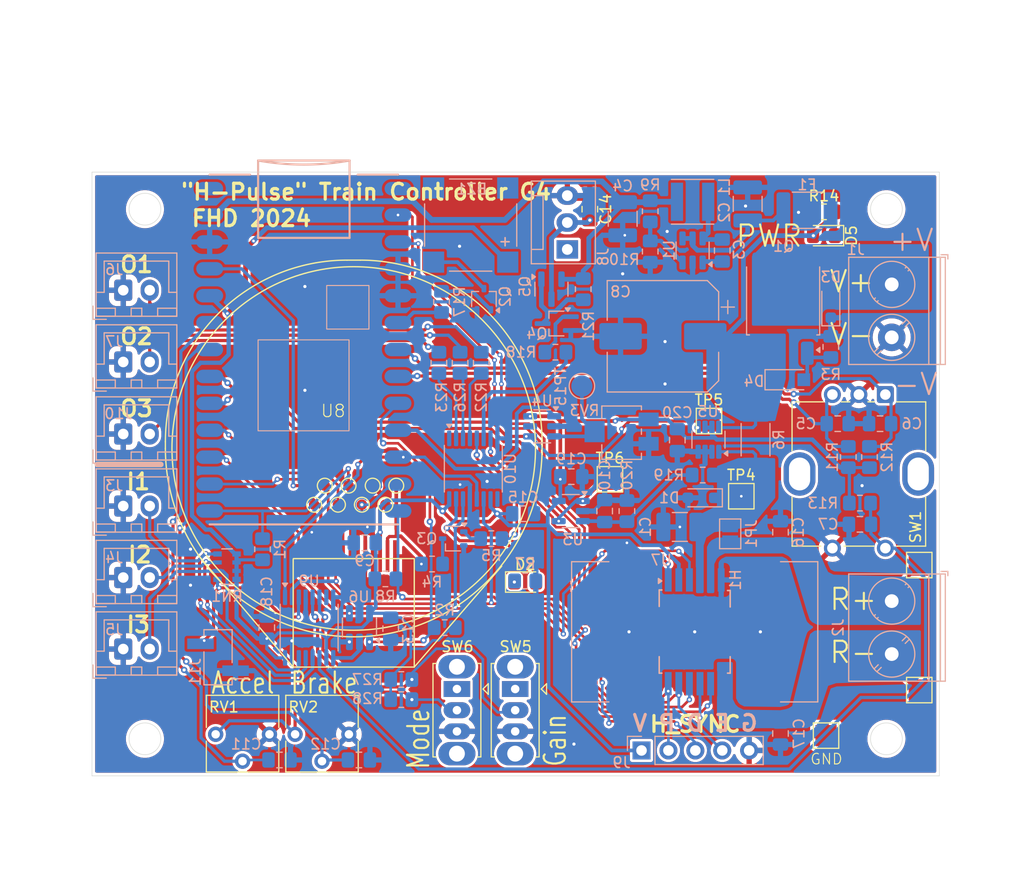
<source format=kicad_pcb>
(kicad_pcb (version 20241229) (generator "pcbnew") (generator_version "9.0")
  (layers (0 "F.Cu" signal) (2 "B.Cu" signal) (13 "F.Paste" user) (15 "B.Paste" user) (5 "F.SilkS" user "F.Silkscreen") (7 "B.SilkS" user "B.Silkscreen") (1 "F.Mask" user) (3 "B.Mask" user) (25 "Edge.Cuts" user))
  (net 0 "")
  (net 1 "GND")
  (net 2 "POWER_IN")
  (net 3 "Net-(U1-SW)")
  (net 4 "Net-(U1-BOOST)")
  (net 5 "+3V3")
  (net 6 "Net-(U1-FB)")
  (net 7 "ENC")
  (net 8 "INT")
  (net 9 "SW1")
  (net 10 "SCK")
  (net 11 "MISO")
  (net 12 "MOSI")
  (net 13 "Net-(D5-K)")
  (net 14 "Current")
  (net 15 "Net-(U3-+)")
  (net 16 "Voltage")
  (net 17 "TRIP")
  (net 18 "RO1")
  (net 19 "RO2")
  (net 20 "5V")
  (net 22 "POT2")
  (net 23 "D{slash}C")
  (net 25 "POT1")
  (net 27 "EXT1")
  (net 28 "EXT3")
  (net 29 "EXT2")
  (net 30 "PWM")
  (net 31 "DIR")
  (net 32 "Net-(D4-A)")
  (net 33 "BKL")
  (net 34 "Net-(Q3-C)")
  (net 35 "Net-(U8-LED-C)")
  (net 36 "RESET")
  (net 37 "Net-(Q3-B)")
  (net 38 "/VIN")
  (net 40 "Net-(J10-Pin_2)")
  (net 41 "H_EN")
  (net 42 "Net-(BZ1--)")
  (net 43 "Net-(Q2-B)")
  (net 44 "TONE")
  (net 45 "CS_D")
  (net 46 "CS_H")
  (net 47 "CS_S")
  (net 48 "S_LATCH")
  (net 49 "Net-(U9-Q7)")
  (net 50 "FAN_EN")
  (net 51 "VS")
  (net 52 "Net-(Q4-C)")
  (net 53 "Net-(Q4-B)")
  (net 54 "Net-(J6-Pin_2)")
  (net 55 "Net-(J7-Pin_2)")
  (net 56 "IND1")
  (net 57 "IND2")
  (net 58 "Net-(U4-+)")
  (net 62 "Net-(SW5-B)")
  (net 63 "Net-(SW6-B)")
  (net 65 "Net-(J8-Pin_2)")
  (net 66 "IND3")
  (net 67 "Net-(D2-K)")
  (net 68 "Net-(D2-A)")
  (net 69 "EXT4")
  (net 71 "Net-(U1-EN)")
  (footprint "TestPoint:TestPoint_Pad_2.0x2.0mm" (layer "F.Cu") (at 112 59.996697)
    (property "Reference" "TP6")
    (property "Value" "TestPoint")
  )
  (footprint "Rotary_Encoder:RotaryEncoder_Bourns_Vertical_PEC12R-3x17F-Sxxxx" (layer "F.Cu") (at 138 51.996697 -90)
    (property "Reference" "SW1")
    (property "Value" "RotaryEncoder_Switch_MP")
  )
  (footprint "TestPoint:TestPoint_Pad_2.0x2.0mm" (layer "F.Cu") (at 121.35 54.496697)
    (property "Reference" "TP5")
    (property "Value" "TestPoint")
  )
  (footprint "TestPoint:TestPoint_Pad_D1.0mm" (layer "F.Cu") (at 87.325 60.596697)
    (property "Reference" "TP10" (hide yes))
    (property "Value" "TestPoint")
  )
  (footprint "FHD_KiCad_Displays:GC9A01INT" (layer "F.Cu") (at 87.81 77.724197)
    (property "Reference" "U8")
    (property "Value" "GC9A01")
  )
  (footprint "TestPoint:TestPoint_Pad_D1.0mm" (layer "F.Cu") (at 91.825 60.596697)
    (property "Reference" "TP13" (hide yes))
    (property "Value" "TestPoint")
  )
  (footprint "LED_SMD:LED_0805_2012Metric_Pad1.15x1.40mm_HandSolder" (layer "F.Cu") (at 104 69.696697)
    (property "Reference" "D2")
    (property "Value" "LED")
  )
  (footprint "TestPoint:TestPoint_Pad_2.0x2.0mm" (layer "F.Cu") (at 141.2 79.896697 180)
    (property "Reference" "TP3" (hide yes))
    (property "Value" "TestPoint")
  )
  (footprint "Potentiometer_THT:Potentiometer_Vishay_T73YP_Vertical" (layer "F.Cu") (at 82.275 84.071697 -90)
    (property "Reference" "RV2")
    (property "Value" "R_Potentiometer")
  )
  (footprint "TestPoint:TestPoint_Pad_D1.0mm" (layer "F.Cu") (at 88.575 62.396697)
    (property "Reference" "TP11" (hide yes))
    (property "Value" "TestPoint")
  )
  (footprint "TestPoint:TestPoint_Pad_D1.0mm" (layer "F.Cu") (at 84.075 62.396697)
    (property "Reference" "TP7" (hide yes))
    (property "Value" "TestPoint")
  )
  (footprint "Button_Switch_THT:SW_Slide_SPDT_Straight_CK_OS102011MS2Q" (layer "F.Cu") (at 103.0525 79.796697 -90)
    (property "Reference" "SW5")
    (property "Value" "SW_SPDT")
  )
  (footprint "TestPoint:TestPoint_Pad_D1.0mm" (layer "F.Cu") (at 86.325 62.396697)
    (property "Reference" "TP9" (hide yes))
    (property "Value" "TestPoint")
  )
  (footprint "Capacitor_SMD:C_0805_2012Metric_Pad1.18x1.45mm_HandSolder" (layer "F.Cu") (at 110.1 34.496697 90)
    (property "Reference" "C14")
    (property "Value" "100n")
  )
  (footprint "TestPoint:TestPoint_Pad_2.0x2.0mm" (layer "F.Cu") (at 132.4 84.196697)
    (property "Reference" "TP1" (hide yes))
    (property "Value" "TestPoint")
  )
  (footprint "Resistor_SMD:R_0805_2012Metric_Pad1.20x1.40mm_HandSolder" (layer "F.Cu") (at 132.2 34.746697)
    (property "Reference" "R14")
    (property "Value" "2k")
  )
  (footprint "TestPoint:TestPoint_Pad_2.0x2.0mm" (layer "F.Cu") (at 124.4 61.596697)
    (property "Reference" "TP4")
    (property "Value" "TestPoint")
  )
  (footprint "TestPoint:TestPoint_Pad_2.0x2.0mm" (layer "F.Cu") (at 141.2 68.096697 90)
    (property "Reference" "TP2" (hide yes))
    (property "Value" "TestPoint")
  )
  (footprint "TestPoint:TestPoint_Pad_D1.0mm" (layer "F.Cu") (at 85.075 60.596697)
    (property "Reference" "TP8" (hide yes))
    (property "Value" "TestPoint")
  )
  (footprint "LED_SMD:LED_0805_2012Metric_Pad1.15x1.40mm_HandSolder" (layer "F.Cu") (at 132.2 36.996697 180)
    (property "Reference" "D5")
    (property "Value" "LED")
  )
  (footprint "Button_Switch_THT:SW_Slide_SPDT_Straight_CK_OS102011MS2Q" (layer "F.Cu") (at 97.5525 79.796697 -90)
    (property "Reference" "SW6")
    (property "Value" "SW_SPDT")
  )
  (footprint "Potentiometer_THT:Potentiometer_Vishay_T73YP_Vertical" (layer "F.Cu") (at 74.775 84.071697 -90)
    (property "Reference" "RV1")
    (property "Value" "R_Potentiometer")
  )
  (footprint "TestPoint:TestPoint_Pad_D1.0mm" (layer "F.Cu") (at 90.8 62.396697)
    (property "Reference" "TP12" (hide yes))
    (property "Value" "TestPoint")
  )
  (footprint "TestPoint:TestPoint_Pad_D1.0mm" (layer "F.Cu") (at 89.6 60.596697)
    (property "Reference" "TP14" (hide yes))
    (property "Value" "TestPoint")
  )
  (footprint "Package_TO_SOT_SMD:SOT-23-5_HandSoldering" (layer "B.Cu") (at 88.35 73.996697 90)
    (property "Reference" "U6")
    (property "Value" "74LVC1G240")
  )
  (footprint "Connector_JST:JST_XH_B2B-XH-A_1x02_P2.50mm_Vertical" (layer "B.Cu") (at 66.05 42.146697)
    (property "Reference" "J6")
    (property "Value" "Conn_01x02")
  )
  (footprint "Buzzer_Beeper:PUIAudio_SMT_0825_S_4_R" (layer "B.Cu") (at 98.85 35.996697 90)
    (property "Reference" "BZ1")
    (property "Value" "Buzzer")
  )
  (footprint "Capacitor_SMD:C_0805_2012Metric_Pad1.18x1.45mm_HandSolder" (layer "B.Cu") (at 88.85 65.996697)
    (property "Reference" "C9")
    (property "Value" "100n")
  )
  (footprint "TestPoint:TestPoint_Pad_D2.0mm" (layer "B.Cu") (at 109.35 51.196697 180)
    (property "Reference" "TP15")
    (property "Value" "TestPoint")
  )
  (footprint "Resistor_SMD:R_0805_2012Metric_Pad1.20x1.40mm_HandSolder" (layer "B.Cu") (at 120.75625 59.596697 180)
    (property "Reference" "R19")
    (property "Value" "10k")
  )
  (footprint "Diode_SMD:D_SOD-323_HandSoldering" (layer "B.Cu") (at 120.6 61.746697 180)
    (property "Reference" "D1")
    (property "Value" "PESD24VS1UA")
  )
  (footprint "Package_TO_SOT_SMD:SOT-23-6" (layer "B.Cu") (at 105.6 54.996697 180)
    (property "Reference" "U4")
    (property "Value" "MCP65R41-2402")
  )
  (footprint "Package_SO:TSSOP-16_4.4x5mm_P0.65mm" (layer "B.Cu") (at 99.1 58.996697 -90)
    (property "Reference" "U10")
    (property "Value" "74AHC595")
  )
  (footprint "Resistor_SMD:R_0805_2012Metric_Pad1.20x1.40mm_HandSolder" (layer "B.Cu") (at 134.5 57.896697 90)
    (property "Reference" "R11")
    (property "Value" "5k")
  )
  (footprint "Capacitor_SMD:C_0805_2012Metric_Pad1.18x1.45mm_HandSolder" (layer "B.Cu") (at 122.6 38.4 -90)
    (property "Reference" "C3")
    (property "Value" "100n")
  )
  (footprint "Resistor_SMD:R_0805_2012Metric_Pad1.20x1.40mm_HandSolder" (layer "B.Cu") (at 135.6 62.246697)
    (property "Reference" "R13")
    (property "Value" "5k")
  )
  (footprint "Resistor_SMD:R_0805_2012Metric_Pad1.20x1.40mm_HandSolder" (layer "B.Cu") (at 132.85 47.496697 -90)
    (property "Reference" "R3")
    (property "Value" "2k")
  )
  (footprint "Capacitor_SMD:C_0805_2012Metric_Pad1.18x1.45mm_HandSolder" (layer "B.Cu") (at 79.6 73.996697 -90)
    (property "Reference" "C18")
    (property "Value" "100n")
  )
  (footprint "Connector_PinHeader_2.54mm:PinHeader_1x02_P2.54mm_Vertical_SMD_Pin1Right" (layer "B.Cu") (at 75 76.796697)
    (property "Reference" "J11")
    (property "Value" "Conn_01x02")
  )
  (footprint "Fuse:Fuse_1812_4532Metric_Pad1.30x3.40mm_HandSolder" (layer "B.Cu") (at 130.6 34.6 180)
    (property "Reference" "F1")
    (property "Value" "Polyfuse_Small")
  )
  (footprint "Resistor_SMD:R_0805_2012Metric_Pad1.20x1.40mm_HandSolder" (layer "B.Cu") (at 97.85 48.996697 90)
    (property "Reference" "R26")
    (property "Value" "2k")
  )
  (footprint "Jumper:SolderJumper-2_P1.3mm_Open_Pad1.0x1.5mm" (layer "B.Cu") (at 123.35 65.146697 90)
    (property "Reference" "JP1")
    (property "Value" "SolderJumper_2_Open")
  )
  (footprint "FHD-KiCad-Power:DPAK-Heatsink" (layer "B.Cu") (at 120 74.396697)
    (property "Reference" "H1")
    (property "Value" "~")
  )
  (footprint "Connector_JST:JST_XH_B2B-XH-A_1x02_P2.50mm_Vertical" (layer "B.Cu") (at 66.05 69.271697)
    (property "Reference" "J4")
    (property "Value" "Conn_01x02")
  )
  (footprint "Resistor_SMD:R_0805_2012Metric_Pad1.20x1.40mm_HandSolder" (layer "B.Cu") (at 96.1 43.246697 90)
    (property "Reference" "R17")
    (property "Value" "470")
  )
  (footprint "Connector:FanPinHeader_1x03_P2.54mm_Vertical" (layer "B.Cu") (at 107.975 38.296697 90)
    (property "Reference" "J8")
    (property "Value" "Conn_01x03")
  )
  (footprint "Connector_JST:JST_XH_B2B-XH-A_1x02_P2.50mm_Vertical" (layer "B.Cu") (at 66.05 48.921697)
    (property "Reference" "J7")
    (property "Value" "Conn_01x02")
  )
  (footprint "Resistor_SMD:R_0805_2012Metric_Pad1.20x1.40mm_HandSolder" (layer "B.Cu") (at 109.475 42.046697 -90)
    (property "Reference" "R21")
    (property "Value" "2k")
  )
  (footprint "Resistor_SMD:R_0805_2012Metric_Pad1.20x1.40mm_HandSolder" (layer "B.Cu") (at 90.8 69.4)
    (property "Reference" "R8")
    (property "Value" "5k")
  )
  (footprint "Connector_JST:JST_XH_B2B-XH-A_1x02_P2.50mm_Vertical" (layer "B.Cu") (at 66.05 55.721697)
    (property "Reference" "J10")
    (property "Value" "Conn_01x02")
  )
  (footprint "Package_TO_SOT_SMD:SOT-23" (layer "B.Cu") (at 106.475 42.046697 -90)
    (property "Reference" "Q5")
    (property "Value" "Q_PMOS_GSD")
  )
  (footprint "Capacitor_SMD:C_0805_2012Metric_Pad1.18x1.45mm_HandSolder" (layer "B.Cu") (at 103.8 63.246697 180)
    (property "Reference" "C15")
    (property "Value" "100n")
  )
  (footprint "Resistor_SMD:R_0805_2012Metric_Pad1.20x1.40mm_HandSolder" (layer "B.Cu") (at 115.8 38.496697 -90)
    (property "Reference" "R10")
    (property "Value" "22.1k")
  )
  (footprint "Package_TO_SOT_SMD:SOT-23-5" (layer "B.Cu") (at 108.3 62.996697 180)
    (property "Reference" "U3")
    (property "Value" "MCP6001-OT")
  )
  (footprint "Capacitor_SMD:C_1210_3225Metric_Pad1.33x2.70mm_HandSolder" (layer "B.Cu") (at 113.2 35.4 -90)
    (property "Reference" "C4")
    (property "Value" "10u")
  )
  (footprint "Capacitor_SMD:C_0805_2012Metric_Pad1.18x1.45mm_HandSolder" (layer "B.Cu") (at 118.35625 56.296697 90)
    (property "Reference" "C20")
    (property "Value" "100n")
  )
  (footprint "Resistor_SMD:R_0805_2012Metric_Pad1.20x1.40mm_HandSolder" (layer "B.Cu") (at 96.4 74 180)
    (property "Reference" "R2")
    (property "Value" "5k")
  )
  (footprint "Package_TO_SOT_SMD:SOT-323_SC-70" (layer "B.Cu") (at 100.1 42.996697 90)
    (property "Reference" "Q2")
    (property "Value" "BC817W")
  )
  (footprint "Capacitor_SMD:C_0805_2012Metric_Pad1.18x1.45mm_HandSolder" (layer "B.Cu") (at 108.35 59.746697 180)
    (property "Reference" "C19")
    (property "Value" "100n")
  )
  (footprint "Capacitor_SMD:C_0805_2012Metric_Pad1.18x1.45mm_HandSolder" (layer "B.Cu") (at 133.5 54.746697)
    (property "Reference" "C5")
    (property "Value" "100n")
  )
  (footprint "Capacitor_SMD:C_0805_2012Metric_Pad1.18x1.45mm_HandSolder" (layer "B.Cu") (at 128.1 64.996697 90)
    (property "Reference" "C16")
    (property "Value" "33n")
  )
  (footprint "Capacitor_SMD:C_0805_2012Metric_Pad1.18x1.45mm_HandSolder" (layer "B.Cu") (at 80.8 86.496697)
    (property "Reference" "C11")
    (property "Value" "100n")
  )
  (footprint "Resistor_SMD:R_0805_2012Metric_Pad1.20x1.40mm_HandSolder" (layer "B.Cu") (at 136.5 57.896697 90)
    (property "Reference" "R12")
    (property "Value" "5k")
  )
  (footprint "Resistor_SMD:R_0805_2012Metric_Pad1.20x1.40mm_HandSolder" (layer "B.Cu") (at 113.6 62.996697 90)
    (property "Reference" "R20")
    (property "Value" "1.9k")
  )
  (footprint "Package_TO_SOT_SMD:SOT-23-8" (layer "B.Cu") (at 121.3 56.259197 90)
    (property "Reference" "U5")
    (property "Value" "INA241A2xDDF")
  )
  (footprint "Capacitor_SMD:C_1210_3225Metric_Pad1.33x2.70mm_HandSolder" (layer "B.Cu") (at 118.6 64.496697 180)
    (property "Reference" "C1")
    (property "Value" "10u")
  )
  (footprint "Capacitor_SMD:C_0805_2012Metric_Pad1.18x1.45mm_HandSolder" (layer "B.Cu") (at 135.6 64.246697 180)
    (property "Reference" "C7")
    (property "Value" "100n")
  )
  (footprint "Inductor_SMD:L_Vishay_IFSC-1515AH_4x4x1.8mm" (layer "B.Cu") (at 119.8 33.796697 180)
    (property "Reference" "L1")
    (property "Value" "IFSC-1515AHER150")
  )
  (footprint "Capacitor_SMD:C_0805_2012Metric_Pad1.18x1.45mm_HandSolder" (layer "B.Cu") (at 128.1 83.996697 -90)
    (property "Reference" "C17")
    (property "Value" "33n")
  )
  (footprint "Resistor_SMD:R_0805_2012Metric_Pad1.20x1.40mm_HandSolder" (layer "B.Cu") (at 106.85 47.996697 180)
    (property "Reference" "R18")
    (property "Value" "2k")
  )
  (footprint "Resistor_SMD:R_0805_2012Metric_Pad1.20x1.40mm_HandSolder" (layer "B.Cu") (at 95.85 48.996697 90)
    (property "Reference" "R23")
    (property "Value" "2k")
  )
  (footprint "Capacitor_SMD:C_0805_2012Metric_Pad1.18x1.45mm_HandSolder" (layer "B.Cu") (at 111.5 62.996697 90)
    (property "Reference" "C10")
    (property "Value" "100n")
  )
  (footprint "Capacitor_SMD:CP_Elec_10x10" (layer "B.Cu") (at 117 46.496697 180)
    (property "Reference" "C8")
    (property "Value" "C_Polarized")
  )
  (footprint "Resistor_SMD:R_0805_2012Metric_Pad1.20x1.40mm_HandSolder" (layer "B.Cu") (at 104 69.596697 180)
    (property "Reference" "R7")
    (property "Value" "2k")
  )
  (footprint "Capacitor_SMD:C_1210_3225Metric_Pad1.33x2.70mm_HandSolder" (layer "B.Cu") (at 125 34 90)
    (property "Reference" "C2")
    (property "Value" "10u")
  )
  (footprint "Resistor_SMD:R_2010_5025Metric_Pad1.40x2.65mm_HandSolder" (layer "B.Cu") (at 125.74375 56.259197 -90)
    (property "Reference" "R6")
    (property "Value" "20m")
  )
  (footprint "Resistor_SMD:R_0805_2012Metric_Pad1.20x1.40mm_HandSolder" (layer "B.Cu") (at 92.3 80.796697)
    (property "Reference" "R28")
    (property "Value" "2k")
  )
  (footprint "Package_TO_SOT_SMD:TO-252-2" (layer "B.Cu") (at 128.3475 43.056697 90)
    (property "Reference" "Q1")
    (property "Value" "SUD08P06-155L")
  )
  (footprint "Resistor_SMD:R_0805_2012Metric_Pad1.20x1.40mm_HandSolder" (layer "B.Cu") (at 115.8 34.696697 -90)
    (property "Reference" "R9")
    (property "Value" "118k")
  )
  (footprint "Package_SO:TSSOP-16_4.4x5mm_P0.65mm" (layer "B.Cu") (at 83.6 73.996697 -90)
    (property "Reference" "U9")
    (property "Value" "74HC165")
  )
  (footprint "Resistor_SMD:R_0805_2012Metric_Pad1.20x1.40mm_HandSolder" (layer "B.Cu") (at 99.85 48.996697 90)
    (property "Reference" "R22")
    (property "Value" "2k")
  )
  (footprint "Connector_PinHeader_2.54mm:PinHeader_1x05_P2.54mm_Vertical" (layer "B.Cu") (at 114.98 85.596697 -90)
    (property "Reference" "J9")
    (property "Value" "Conn_01x05")
  )
  (footprint "Connector_JST:JST_XH_B2B-XH-A_1x02_P2.50mm_Vertical" (layer "B.Cu") (at 66.05 76.021697)
    (property "Reference" "J5")
    (property "Value" "Conn_01x02")
  )
  (footprint "FHD-KiCad-Power:Infineon_PG-DSO-12-17" (layer "B.Cu") (at 120 74.396697 -90)
    (property "Reference" "U7")
    (property "Value" "~")
  )
  (footprint "Resistor_SMD:R_0805_2012Metric_Pad1.20x1.40mm_HandSolder" (layer "B.Cu") (at 100.8 65.596697 180)
    (property "Reference" "R5")
    (property "Value" "470")
  )
  (footprint "Connector_JST:JST_XH_B2B-XH-A_1x02_P2.50mm_Vertical" (layer "B.Cu") (at 66.05 62.521697)
    (property "Reference" "J3")
    (property "Value" "Conn_01x02")
  )
  (footprint "Package_TO_SOT_SMD:SOT-323_SC-70_Handsoldering" (layer "B.Cu") (at 106.975 45.296697 180)
    (property "Reference" "Q4")
    (property "Value" "BC858")
  )
  (footprint "Resistor_SMD:R_Array_Convex_4x0603" (layer "B.Cu") (at 75.85 68.246697)
    (property "Reference" "RN1")
    (property "Value" "10k")
  )
  (footprint "Package_TO_SOT_SMD:TSOT-23-6" (layer "B.Cu") (at 119.8 38.396697 90)
    (property "Reference" "U1")
    (property "Value" "LMR54406")
  )
  (footprint "Capacitor_SMD:C_0805_2012Metric_Pad1.18x1.45mm_HandSolder" (layer "B.Cu") (at 88.3 86.496697)
    (property "Reference" "C12")
    (property "Value" "100n")
  )
  (footprint "Resistor_SMD:R_0805_2012Metric_Pad1.20x1.40mm_HandSolder" (layer "B.Cu") (at 92.3 78.896697)
    (property "Reference" "R27")
    (property "Value" "2k")
  )
  (footprint "FHD-KiCad-Boards:KB2040" (layer "B.Cu") (at 83.1 47.746697 180)
    (property "Reference" "U2")
    (property "Value" "KB2040")
  )
  (footprint "Capacitor_SMD:C_0805_2012Metric_Pad1.18x1.45mm_HandSolder" (layer "B.Cu") (at 91.3 74.096697 90)
    (property "Reference" "C13")
    (property "Value" "100n")
  )
  (footprint "Potentiometer_SMD:Potentiometer_Bourns_3214X_Vertical" (layer "B.Cu") (at 113.1 55.496697 90)
    (property "Reference" "RV3")
    (property "Value" "R_Potentiometer")
  )
  (footprint "Resistor_SMD:R_0805_2012Metric_Pad1.20x1.40mm_HandSolder" (layer "B.Cu") (at 95.2 67.996697)
    (property "Reference" "R4")
    (property "Value" "10")
  )
  (footprint "TerminalBlock_Phoenix:TerminalBlock_Phoenix_PT-1,5-2-5.0-H_1x02_P5.00mm_Horizontal" (layer "B.Cu") (at 138.6 41.596697 -90)
    (property "Reference" "J1")
    (property "Value" "Screw_Terminal_01x02")
  )
  (footprint "Package_TO_SOT_SMD:SOT-323_SC-70" (layer "B.Cu") (at 97.2 65.596697 180)
    (property "Reference" "Q3")
    (property "Value" "BC817W")
  )
  (footprint "TerminalBlock_Phoenix:TerminalBlock_Phoenix_PT-1,5-2-5.0-H_1x02_P5.00mm_Horizontal" (layer "B.Cu") (at 138.6 71.496697 -90)
    (property "Reference" "J2")
    (property "Value" "Screw_Terminal_01x02")
  )
  (footprint "Diode_SMD:Nexperia_CFP3_SOD-123W" (layer "B.Cu") (at 128.9 50.596697)
    (property "Reference" "D4")
    (property "Value" "10V")
  )
  (footprint "Diode_SMD:D_SOD-323_HandSoldering" (layer "B.Cu") (at 132.85 43.496697 90)
    (property "Reference" "D3")
    (property "Value" "PESD1IVN24")
  )
  (footprint "Capacitor_SMD:C_0805_2012Metric_Pad1.18x1.45mm_HandSolder" (layer "B.Cu") (at 137.5 54.746697 180)
    (property "Reference" "C6")
    (property "Value" "100n")
  )
  (footprint "Resistor_SMD:R_0805_2012Metric_Pad1.20x1.40mm_HandSolder" (layer "B.Cu") (at 79.2 66.6 90)
    (property "Reference" "R1")
    (property "Value" "5k")
  )
  (gr_line (start 63.6 58.596697) (end 69.6 58.596697) (stroke (width 0.5)) (layer "F.SilkS"))
  (gr_line (start 63.6 58.596697) (end 69.6 58.596697) (stroke (width 0.5)) (layer "B.SilkS"))
  (gr_circle (center 138.1 34.496697) (end 139.6 34.496697) (stroke (width 0.05)) (fill no) (layer "Edge.Cuts"))
  (gr_line (start 63.1 30.996697) (end 143.1 30.996697) (stroke (width 0.05)) (layer "Edge.Cuts"))
  (gr_circle (center 68.1 84.496697) (end 69.6 84.496697) (stroke (width 0.05)) (fill no) (layer "Edge.Cuts"))
  (gr_line (start 143.1 30.996697) (end 143.1 87.996697) (stroke (width 0.05)) (layer "Edge.Cuts"))
  (gr_line (start 143.1 87.996697) (end 63.1 87.996697) (stroke (width 0.05)) (layer "Edge.Cuts"))
  (gr_line (start 63.1 87.996697) (end 63.1 30.996697) (stroke (width 0.05)) (layer "Edge.Cuts"))
  (gr_circle (center 68.1 34.496697) (end 69.6 34.496697) (stroke (width 0.05)) (fill no) (layer "Edge.Cuts"))
  (gr_circle (center 138.1 84.496697) (end 139.6 84.496697) (stroke (width 0.05)) (fill no) (layer "Edge.Cuts"))
  (gr_text "O3" (at 65.6 54.196697 0) (layer "F.SilkS") (effects (font (size 1.5 1.5) (thickness 0.3) (bold yes)) (justify left bottom)))
  (gr_text "V-" (at 132.6 47.496697 0) (layer "F.SilkS") (effects (font (size 2 2) (thickness 0.2)) (justify left bottom)))
  (gr_text "H_SYNC" (at 115.6 83.996697 0) (layer "F.SilkS") (effects (font (size 1.5 1.5) (thickness 0.3) (bold yes)) (justify left bottom)))
  (gr_text "I3" (at 66.2 74.596697 0) (layer "F.SilkS") (effects (font (size 1.5 1.5) (thickness 0.3) (bold yes)) (justify left bottom)))
  (gr_text "FHD 2024" (at 72.35 36.246697 0) (layer "F.SilkS") (effects (font (size 1.5 1.5) (thickness 0.3) (bold yes)) (justify left bottom)))
  (gr_text "O2" (at 65.6 47.396697 0) (layer "F.SilkS") (effects (font (size 1.5 1.5) (thickness 0.3) (bold yes)) (justify left bottom)))
  (gr_text "I2" (at 66.35 67.996697 0) (layer "F.SilkS") (effects (font (size 1.5 1.5) (thickness 0.3) (bold yes)) (justify left bottom)))
  (gr_text "O1" (at 65.6 40.596697 0) (layer "F.SilkS") (effects (font (size 1.5 1.5) (thickness 0.3) (bold yes)) (justify left bottom)))
  (gr_text "Accel" (at 74.25 80.391697 0) (layer "F.SilkS") (effects (font (size 2 1.5) (thickness 0.2)) (justify left bottom)))
  (gr_text "{dblquote}H-Pulse{dblquote} Train Controller G4" (at 71.35 33.746697 0) (layer "F.SilkS") (effects (font (size 1.5 1.5) (thickness 0.3) (bold yes)) (justify left bottom)))
  (gr_text "PWR" (at 123.75 38.196697 0) (layer "F.SilkS") (effects (font (size 2 2) (thickness 0.2) (bold yes)) (justify left bottom)))
  (gr_text "Brake" (at 81.75 80.391697 0) (layer "F.SilkS") (effects (font (size 2 1.5) (thickness 0.2)) (justify left bottom)))
  (gr_text "Mode" (at 95.1 87.496697 90) (layer "F.SilkS") (effects (font (size 2 1.5) (thickness 0.2)) (justify left bottom)))
  (gr_text "I1" (at 66.2 61.096697 0) (layer "F.SilkS") (effects (font (size 1.5 1.5) (thickness 0.3) (bold yes)) (justify left bottom)))
  (gr_text "R+" (at 132.6 72.496697 0) (layer "F.SilkS") (effects (font (size 2 2) (thickness 0.2)) (justify left bottom)))
  (gr_text "V+" (at 132.6 42.496697 0) (layer "F.SilkS") (effects (font (size 2 2) (thickness 0.2)) (justify left bottom)))
  (gr_text "Gain" (at 108 87.246697 90) (layer "F.SilkS") (effects (font (size 2 1.5) (thickness 0.2)) (justify left bottom)))
  (gr_text "GND" (at 130.85 86.996697 0) (layer "F.SilkS") (effects (font (size 1 1) (thickness 0.1)) (justify left bottom)))
  (gr_text "R-" (at 132.6 77.496697 0) (layer "F.SilkS") (effects (font (size 2 2) (thickness 0.2)) (justify left bottom)))
  (gr_text "V+" (at 142.7 38.596697 -0) (layer "B.SilkS") (effects (font (size 2 2) (thickness 0.2)) (justify left bottom mirror)))
  (gr_text "V-" (at 143.1 52.196697 -0) (layer "B.SilkS") (effects (font (size 2 2) (thickness 0.2)) (justify left bottom mirror)))
  (gr_text "G E D P V" (at 126.1 83.896697 0) (layer "B.SilkS") (effects (font (size 1.5 1.5) (thickness 0.3) (bold yes)) (justify left bottom mirror)))
  (segment (start 110.1 33.459197) (end 110.1 33.659197) (width 0.35) (layer "F.Cu") (net 1))
  (via (at 83.2 51.596697) (size 0.6) (drill 0.3) (layers "F.Cu" "B.Cu") (net 1))
  (via (at 117.2 50.996697) (size 0.6) (drill 0.3) (layers "F.Cu" "B.Cu") (net 1))
  (via (at 97.8 37.996697) (size 0.6) (drill 0.3) (layers "F.Cu" "B.Cu") (net 1))
  (via (at 120 74.396697) (size 0.6) (drill 0.3) (layers "F.Cu" "B.Cu") (net 1))
  (via (at 72.4 66.596697) (size 0.6) (drill 0.3) (layers "F.Cu" "B.Cu") (net 1))
  (via (at 97.85 60.496697) (size 0.45) (drill 0.25) (layers "F.Cu" "B.Cu") (net 1))
  (via (at 89.1 64.496697) (size 0.45) (drill 0.25) (layers "F.Cu" "B.Cu") (net 1))
  (via (at 113.4 36.959197) (size 0.5) (drill 0.25) (layers "F.Cu" "B.Cu") (net 1))
  (via (at 135.8 60.596697) (size 0.6) (drill 0.3) (layers "F.Cu" "B.Cu") (net 1))
  (via (at 126.2 74.396697) (size 0.6) (drill 0.3) (layers "F.Cu" "B.Cu") (net 1))
  (via (at 100.4 60.196697) (size 0.6) (drill 0.3) (layers "F.Cu" "B.Cu") (net 1))
  (via (at 117.2 46.996697) (size 0.6) (drill 0.3) (layers "F.Cu" "B.Cu") (net 1))
  (via (at 81.975 75.246697) (size 0.6) (drill 0.3) (layers "F.Cu" "B.Cu") (net 1))
  (via (at 108.6 84.996697) (size 0.6) (drill 0.3) (layers "F.Cu" "B.Cu") (net 1))
  (via (at 87.4 75.346697) (size 0.6) (drill 0.3) (layers "F.Cu" "B.Cu") (net 1))
  (via (at 124.8 34.2) (size 0.6) (drill 0.3) (layers "F.Cu" "B.Cu") (net 1))
  (via (at 113.2 40.596697) (size 0.6) (drill 0.3) (layers "F.Cu" "B.Cu") (net 1))
  (via (at 83.85 64.996697) (size 0.45) (drill 0.25) (layers "F.Cu" "B.Cu") (net 1))
  (via (at 118.6 64.496697) (size 0.45) (drill 0.25) (layers "F.Cu" "B.Cu") (net 1))
  (via (at 117.4 36.6) (size 0.6) (drill 0.3) (layers "F.Cu" "B.Cu") (net 1))
  (via (at 129.8 34.796697) (size 0.6) (drill 0.3) (layers "F.Cu" "B.Cu") (net 1))
  (via (at 72.4 69.996697) (size 0.6) (drill 0.3) (layers "F.Cu" "B.Cu") (net 1))
  (via (at 113.6 65.996697) (size 0.45) (drill 0.25) (layers "F.Cu" "B.Cu") (net 1))
  (via (at 83.2 41.796697) (size 0.6) (drill 0.3) (layers "F.Cu" "B.Cu") (net 1))
  (via (at 113.8 74.396697) (size 0.6) (drill 0.3) (layers "F.Cu" "B.Cu") (net 1))
  (segment (start 110.4625 62.996697) (end 111.5 61.959197) (width 0.35) (layer "B.Cu") (net 1))
  (segment (start 109.4375 62.996697) (end 110.4625 62.996697) (width 0.35) (layer "B.Cu") (net 1))
  (segment (start 81.975 75.246697) (end 81.975 76.859197) (width 0.3) (layer "B.Cu") (net 1))
  (segment (start 131.175 36.996697) (end 131.2 36.996697) (width 0.4) (layer "F.Cu") (net 2))
  (via (at 131.2 36.996697) (size 0.6) (drill 0.3) (layers "F.Cu" "B.Cu") (net 2))
  (segment (start 124.6 44.829197) (end 122.4325 46.996697) (width 0.45) (layer "B.Cu") (net 2))
  (segment (start 131.2 36.996697) (end 132.825 35.371697) (width 0.35) (layer "B.Cu") (net 2))
  (segment (start 122.275 55.121697) (end 125.48125 55.121697) (width 0.3) (layer "B.Cu") (net 2))
  (segment (start 125.48125 55.121697) (end 125.74375 54.859197) (width 0.3) (layer "B.Cu") (net 2))
  (segment (start 125.74375 54.859197) (end 125.74375 53.859197) (width 0.3) (layer "B.Cu") (net 2))
  (segment (start 126.585976 36.996697) (end 124.6 38.982673) (width 0.45) (layer "B.Cu") (net 2))
  (segment (start 132.825 35.371697) (end 132.825 34.6) (width 0.35) (layer "B.Cu") (net 2))
  (segment (start 131.2 36.996697) (end 126.585976 36.996697) (width 0.45) (layer "B.Cu") (net 2))
  (segment (start 124.6 38.982673) (end 124.6 44.829197) (width 0.45) (layer "B.Cu") (net 2))
  (segment (start 122.9 37.359197) (end 120.85 37.359197) (width 0.45) (layer "B.Cu") (net 3))
  (segment (start 120.85 37.359197) (end 120.75 37.259197) (width 0.45) (layer "B.Cu") (net 3))
  (segment (start 120.75 37.259197) (end 121.275 36.734197) (width 0.45) (layer "B.Cu") (net 3))
  (segment (start 121.275 36.734197) (end 121.275 33.796697) (width 0.45) (layer "B.Cu") (net 3))
  (segment (start 122.9 39.434197) (end 120.85 39.434197) (width 0.45) (layer "B.Cu") (net 4))
  (segment (start 120.85 39.434197) (end 120.75 39.534197) (width 0.45) (layer "B.Cu") (net 4))
  (segment (start 90.3 67.246697) (end 89.6 67.246697) (width 0.35) (layer "F.Cu") (net 5))
  (segment (start 90.3 62.896697) (end 90.3 64.996697) (width 0.35) (layer "F.Cu") (net 5))
  (segment (start 90.8 62.396697) (end 90.3 62.896697) (width 0.35) (layer "F.Cu") (net 5))
  (segment (start 107.3 54.496697) (end 107.3125 54.509197) (width 0.35) (layer "F.Cu") (net 5))
  (segment (start 107.3125 54.509197) (end 107.3125 59.996697) (width 0.35) (layer "F.Cu") (net 5))
  (segment (start 77.6 42.616697) (end 75.88 44.336697) (width 0.45) (layer "F.Cu") (net 5))
  (segment (start 77.6 38.246697) (end 77.6 42.616697) (width 0.45) (layer "F.Cu") (net 5))
  (segment (start 101.350478 63.246697) (end 100.600478 63.996697) (width 0.35) (layer "F.Cu") (net 5))
  (segment (start 90.3 67.246697) (end 90.3 64.996697) (width 0.35) (layer "F.Cu") (net 5))
  (segment (start 106.85 54.046697) (end 104.4625 54.046697) (width 0.35) (layer "F.Cu") (net 5))
  (segment (start 112.5 54.496697) (end 107.3 54.496697) (width 0.35) (layer "F.Cu") (net 5))
  (segment (start 97.2 63.996697) (end 96.2 62.996697) (width 0.35) (layer "F.Cu") (net 5))
  (segment (start 82.275 77.709197) (end 79.6 75.034197) (width 0.3) (layer "F.Cu") (net 5))
  (segment (start 100.600478 63.996697) (end 97.2 63.996697) (width 0.35) (layer "F.Cu") (net 5))
  (segment (start 107.3 54.496697) (end 106.85 54.046697) (width 0.35) (layer "F.Cu") (net 5))
  (segment (start 82.275 84.071697) (end 82.275 77.709197) (width 0.3) (layer "F.Cu") (net 5))
  (segment (start 78.35 37.496697) (end 77.6 38.246697) (width 0.45) (layer "F.Cu") (net 5))
  (via (at 79.6 75.034197) (size 0.45) (drill 0.25) (layers "F.Cu" "B.Cu") (net 5))
  (via (at 101.350478 63.246697) (size 0.6) (drill 0.3) (layers "F.Cu" "B.Cu") (net 5))
  (via (at 112.5 54.496697) (size 0.5) (drill 0.25) (layers "F.Cu" "B.Cu") (net 5))
  (via (at 75.88 44.336697) (size 0.45) (drill 0.25) (layers "F.Cu" "B.Cu") (net 5))
  (via (at 78.35 37.496697) (size 0.45) (drill 0.25) (layers "F.Cu" "B.Cu") (net 5))
  (via (at 104.4625 54.046697) (size 0.5) (drill 0.25) (layers "F.Cu" "B.Cu") (net 5))
  (via (at 107.3125 59.996697) (size 0.5) (drill 0.25) (layers "F.Cu" "B.Cu") (net 5))
  (via (at 96.2 62.996697) (size 0.6) (drill 0.3) (layers "F.Cu" "B.Cu") (net 5))
  (via (at 90.3 64.996697) (size 0.5) (drill 0.25) (layers "F.Cu" "B.Cu") (net 5))
  (segment (start 76 48.226053) (end 75.229356 48.996697) (width 0.4) (layer "B.Cu") (net 5))
  (segment (start 72.54 49.806697) (end 72.54 63.436697) (width 0.4) (layer "B.Cu") (net 5))
  (segment (start 133.75 58.896697) (end 134.5 58.896697) (width 0.4) (layer "B.Cu") (net 5))
  (segment (start 86.25 73.996697) (end 88.6 73.996697) (width 0.3) (layer "B.Cu") (net 5))
  (segment (start 80.1625 75.034197) (end 80.7 74.496697) (width 0.3) (layer "B.Cu") (net 5))
  (segment (start 106.2 79.596697) (end 106.2 64.393315) (width 0.35) (layer "B.Cu") (net 5))
  (segment (start 95.18 61.976697) (end 90.936644 61.976697) (width 0.35) (layer "B.Cu") (net 5))
  (segment (start 76 44.456697) (end 76 48.226053) (width 0.4) (layer "B.Cu") (net 5))
  (segment (start 81 82.796697) (end 82.275 84.071697) (width 0.3) (layer "B.Cu") (net 5))
  (segment (start 121.625 55.121697) (end 120.975 55.121697) (width 0.4) (layer "B.Cu") (net 5))
  (segment (start 93.2 76) (end 93.2 74) (width 0.25) (layer "B.Cu") (net 5))
  (segment (start 85.225 76.859197) (end 85.225 75.021697) (width 0.3) (layer "B.Cu") (net 5))
  (segment (start 102.35 39.496697) (end 99.1 36.246697) (width 0.45) (layer "B.Cu") (net 5))
  (segment (start 79.6 75.995045) (end 80.464152 76.859197) (width 0.3) (layer "B.Cu") (net 5))
  (segment (start 89.3 73.296697) (end 89.3 72.646697) (width 0.3) (layer "B.Cu") (net 5))
  (segment (start 89.8875 65.409197) (end 90.3 64.996697) (width 0.35) (layer "B.Cu") (net 5))
  (segment (start 134.6 58.996697) (end 134.5 58.896697) (width 0.3) (layer "B.Cu") (net 5))
  (segment (start 94.480581 76) (end 93.2 76) (width 0.25) (layer "B.Cu") (net 5))
  (segment (start 72.54 63.436697) (end 73.85 64.746697) (width 0.4) (layer "B.Cu") (net 5))
  (segment (start 88.6 73.996697) (end 89.3 73.296697) (width 0.3) (layer "B.Cu") (net 5))
  (segment (start 114.98 85.596697) (end 112.2 85.596697) (width 0.35) (layer "B.Cu") (net 5))
  (segment (start 106.125 64.196697) (end 106.125 63.084197) (width 0.35) (layer "B.Cu") (net 5))
  (segment (start 95.8201 75.2) (end 95.280581 75.2) (width 0.25) (layer "B.Cu") (net 5))
  (segment (start 93.2 74) (end 92.259197 73.059197) (width 0.25) (layer "B.Cu") (net 5))
  (segment (start 116.725 66.221697) (end 115.025 66.221697) (width 0.35) (layer "B.Cu") (net 5))
  (segment (start 90.936644 61.976697) (end 90.3 62.613341) (width 0.35) (layer "B.Cu") (net 5))
  (segment (start 76.75 67.6) (end 76.75 67.846697) (width 0.4) (layer "B.Cu") (net 5))
  (segment (start 96.2 62.996697) (end 95.18 61.976697) (width 0.35) (layer "B.Cu") (net 5))
  (segment (start 76.75 73.074335) (end 78.709862 75.034197) (width 0.4) (layer "B.Cu") (net 5))
  (segment (start 97.0201 74) (end 95.8201 75.2) (width 0.25) (layer "B.Cu") (net 5))
  (segment (start 96.825 62.371697) (end 96.2 62.996697) (width 0.35) (layer "B.Cu") (net 5))
  (segment (start 101.350478 63.246697) (end 102.450478 64.346697) (width 0.35) (layer "B.Cu") (net 5))
  (segment (start 79.6 75.134197) (end 79.6 75.995045) (width 0.3) (layer "B.Cu") (net 5))
  (segment (start 79.6 36.246697) (end 78.35 37.496697) (width 0.45) (layer "B.Cu") (net 5))
  (segment (start 121.625 55.121697) (end 121.625 55.784196) (width 0.4) (layer "B.Cu") (net 5))
  (segment (start 114 65.196697) (end 107.003382 65.196697) (width 0.35) (layer "B.Cu") (net 5))
  (segment (start 119.18125 56.084197) (end 121.925001 56.084197) (width 0.35) (layer "B.Cu") (net 5))
  (segment (start 112.2 85.596697) (end 106.2 79.596697) (width 0.35) (layer "B.Cu") (net 5))
  (segment (start 134.6 62.246697) (end 134.6 58.996697) (width 0.3) (layer "B.Cu") (net 5))
  (segment (start 95.280581 75.2) (end 94.480581 76) (width 0.25) (layer "B.Cu") (net 5))
  (segment (start 118.5 67.996697) (end 116.725 66.221697) (width 0.35) (layer "B.Cu") (net 5))
  (segment (start 80.464152 76.859197) (end 81.325 76.859197) (width 0.3) (layer "B.Cu") (net 5))
  (segment (start 80.7 74.496697) (end 84.7 74.496697) (width 0.3) (layer "B.Cu") (net 5))
  (segment (start 106.2 64.393315) (end 106.125 64.318315) (width 0.35) (layer "B.Cu") (net 5))
  (segment (start 91.3 78.896697) (end 91.3 80.796697) (width 0.25) (layer "B.Cu") (net 5))
  (segment (start 115.025 66.221697) (end 114 65.196697) (width 0.35) (layer "B.Cu") (net 5))
  (segment (start 107.3125 59.996697) (end 107.3125 61.896697) (width 0.35) (layer "B.Cu") (net 5))
  (segment (start 73.85 64.746697) (end 74.3 64.746697) (width 0.4) (layer "B.Cu") (net 5))
  (segment (start 74.21 42.666697) (end 75.88 44.336697) (width 0.4) (layer "B.Cu") (net 5))
  (segment (start 76.75 69.446697) (end 76.75 73.074335) (width 0.4) (layer "B.Cu") (net 5))
  (segment (start 79.2 67.6) (end 76.75 67.6) (width 0.3) (layer "B.Cu") (net 5))
  (segment (start 76.75 67.846697) (end 76.75 68.646697) (width 0.4) (layer "B.Cu") (net 5))
  (segment (start 90.3 62.613341) (end 90.3 64.996697) (width 0.35) (layer "B.Cu") (net 5))
  (segment (start 93.2 76.796697) (end 93.2 76) (width 0.25) (layer "B.Cu") (net 5))
  (segment (start 76.75 67.046697) (end 76.75 67.6) (width 0.4) (layer "B.Cu") (net 5))
  (segment (start 79.6 75.034197) (end 80.1625 75.034197) (width 0.3) (layer "B.Cu") (net 5))
  (segment (start 136.5 58.896697) (end 134.5 58.896697) (width 0.3) (layer "B.Cu") (net 5))
  (segment (start 102.7625 63.246697) (end 101.350478 63.246697) (width 0.3) (layer "B.Cu") (net 5))
  (segment (start 91.3 78.696697) (end 93.2 76.796697) (width 0.25) (layer "B.Cu") (net 5))
  (segment (start 91.3 78.896697) (end 91.3 78.696697) (width 0.25) (layer "B.Cu") (net 5))
  (segment (start 84.7 74.496697) (end 85.225 75.021697) (width 0.3) (layer "B.Cu") (net 5))
  (segment (start 89.3 72.646697) (end 90.8875 72.646697) (width 0.3) (layer "B.Cu") (net 5))
  (segment (start 75.88 44.336697) (end 76 44.456697) (width 0.4) (layer "B.Cu") (net 5))
  (segment (start 131.1 56.246697) (end 133.75 58.896697) (width 0.4) (layer "B.Cu") (net 5))
  (segment (start 76.05 82.796697) (end 81 82.796697) (width 0.3) (layer "B.Cu") (net 5))
  (segment (start 76.75 68.646697) (end 76.75 69.446697) (width 0.4) (layer "B.Cu") (net 5))
  (segment (start 89.8875 65.996697) (end 89.8875 65.409197) (width 0.35) (layer "B.Cu") (net 5))
  (segment (start 117.44375 54.346697) (end 118.35625 55.259197) (width 0.35) (layer "B.Cu") (net 5))
  (segment (start 121.925001 56.084197) (end 122.087501 56.246697) (width 0.35) (layer "B.Cu") (net 5))
  (segment (start 75.229356 48.996697) (end 73.35 48.996697) (width 0.4) (layer "B.Cu") (net 5))
  (segment (start 106.125 64.318315) (end 106.125 64.196697) (width 0.35) (layer "B.Cu") (net 5))
  (segment (start 122.087501 56.246697) (end 131.1 56.246697) (width 0.4) (layer "B.Cu") (net 5))
  (segment (start 112.65 54.346697) (end 112.5 54.496697) (width 0.35) (layer "B.Cu") (net 5))
  (segment (start 96.825 61.859197) (end 96.825 62.371697) (width 0.35) (layer "B.Cu") (net 5))
  (segment (start 92.259197 73.059197) (end 91.3 73.059197) (width 0.25) (layer "B.Cu") (net 5))
  (segment (start 106.125 63.084197) (end 107.1625 62.046697) (width 0.35) (layer "B.Cu") (net 5))
  (segment (start 89.8875 65.996697) (end 89.8875 72.059197) (width 0.35) (layer "B.Cu") (net 5))
  (segment (start 90.8875 72.646697) (end 91.3 73.059197) (width 0.3) (layer "B.Cu") (net 5))
  (segment (start 97.4 74) (end 97.0201 74) (width 0.25) (layer "B.Cu") (net 5))
  (segment (start 73.35 48.996697) (end 72.54 49.806697) (width 0.4) (layer "B.Cu") (net 5))
  (segment (start 118.35625 55.259197) (end 119.18125 56.084197) (width 0.35) (layer "B.Cu") (net 5))
  (segment (start 101.350478 63.246697) (end 100.725 62.621219) (width 0.35) (layer "B.Cu") (net 5))
  (segment (start 105.975 64.346697) (end 106.125 64.196697) (width 0.35) (layer "B.Cu") (net 5))
  (segment (start 74.775 84.071697) (end 76.05 82.796697) (width 0.3) (layer "B.Cu") (net 5))
  (segment (start 115.65 54.346697) (end 117.44375 54.346697) (width 0.35) (layer "B.Cu") (net 5))
  (segment (start 115.65 54.346697) (end 112.65 54.346697) (width 0.35) (layer "B.Cu") (net 5))
  (segment (start 118.5 69.496697) (end 118.5 67.996697) (width 0.35) (layer "B.Cu") (net 5))
  (segment (start 107.3125 61.896697) (end 107.1625 62.046697) (width 0.35) (layer "B.Cu") (net 5))
  (segment (start 100.725 62.621219) (end 100.725 61.859197) (width 0.35) (layer "B.Cu") (net 5))
  (segment (start 85.225 75.021697) (end 86.25 73.996697) (width 0.3) (layer "B.Cu") (net 5))
  (segment (start 99.1 36.246697) (end 79.6 36.246697) (width 0.45) (layer "B.Cu") (net 5))
  (segment (start 107.003382 65.196697) (end 106.125 64.318315) (width 0.35) (layer "B.Cu") (net 5))
  (segment (start 102.450478 64.346697) (end 105.975 64.346697) (width 0.35) (layer "B.Cu") (net 5))
  (segment (start 121.625 55.784196) (end 122.087501 56.246697) (width 0.4) (layer "B.Cu") (net 5))
  (segment (start 74.3 64.746697) (end 76.6 67.046697) (width 0.4) (layer "B.Cu") (net 5))
  (segment (start 89.8875 72.059197) (end 89.3 72.646697) (width 0.35) (layer "B.Cu") (net 5))
  (segment (start 76.6 67.046697) (end 76.75 67.046697) (width 0.4) (layer "B.Cu") (net 5))
  (segment (start 78.709862 75.034197) (end 79.6 75.034197) (width 0.4) (layer "B.Cu") (net 5))
  (segment (start 115.8 35.696697) (end 115.8 37.496697) (width 0.4) (layer "B.Cu") (net 6))
  (segment (start 116.8125 37.496697) (end 118.85 39.534197) (width 0.4) (layer "B.Cu") (net 6))
  (segment (start 115.8 37.496697) (end 116.8125 37.496697) (width 0.4) (layer "B.Cu") (net 6))
  (segment (start 128.930761 52.446694) (end 129.230764 52.746697) (width 0.3) (layer "F.Cu") (net 7))
  (segment (start 94.35 50.246697) (end 94.6 49.996697) (width 0.3) (layer "F.Cu") (net 7))
  (segment (start 125.85 49.996697) (end 128.299996 52.446694) (width 0.3) (layer "F.Cu") (net 7))
  (segment (start 129.230764 52.746697) (end 129.35 52.746697) (width 0.3) (layer "F.Cu") (net 7))
  (segment (start 128.299996 52.446694) (end 128.930761 52.446694) (width 0.3) (layer "F.Cu") (net 7))
  (segment (start 94.6 49.996697) (end 125.85 49.996697) (width 0.3) (layer "F.Cu") (net 7))
  (segment (start 93.8 50.246697) (end 94.35 50.246697) (width 0.3) (layer "F.Cu") (net 7))
  (via (at 129.35 52.746697) (size 0.6) (drill 0.3) (layers "F.Cu" "B.Cu") (net 7))
  (via (at 93.8 50.246697) (size 0.6) (drill 0.3) (layers "F.Cu" "B.Cu") (net 7))
  (segment (start 133.25 56.896697) (end 132.4625 56.109197) (width 0.3) (layer "B.Cu") (net 7))
  (segment (start 91.99 50.286697) (end 93.76 50.286697) (width 0.35) (layer "B.Cu") (net 7))
  (segment (start 132.4625 52.534197) (end 133 51.996697) (width 0.3) (layer "B.Cu") (net 7))
  (segment (start 132.4625 56.109197) (end 132.4625 54.746697) (width 0.3) (layer "B.Cu") (net 7))
  (segment (start 132.4625 54.746697) (end 131.35 54.746697) (width 0.3) (layer "B.Cu") (net 7))
  (segment (start 93.76 50.286697) (end 93.8 50.246697) (width 0.35) (layer "B.Cu") (net 7))
  (segment (start 134.5 56.896697) (end 133.25 56.896697) (width 0.3) (layer "B.Cu") (net 7))
  (segment (start 132.4625 54.746697) (end 132.4625 52.534197) (width 0.3) (layer "B.Cu") (net 7))
  (segment (start 131.35 54.746697) (end 129.35 52.746697) (width 0.3) (layer "B.Cu") (net 7))
  (segment (start 128.507103 51.946694) (end 129.35 51.946694) (width 0.3) (layer "F.Cu") (net 8))
  (segment (start 93.6 48.596697) (end 94.5 49.496697) (width 0.3) (layer "F.Cu") (net 8))
  (segment (start 94.5 49.496697) (end 126.057106 49.496697) (width 0.3) (layer "F.Cu") (net 8))
  (segment (start 126.057106 49.496697) (end 128.507103 51.946694) (width 0.3) (layer "F.Cu") (net 8))
  (via (at 129.35 51.946694) (size 0.6) (drill 0.3) (layers "F.Cu" "B.Cu") (net 8))
  (via (at 93.6 48.596697) (size 0.6) (drill 0.3) (layers "F.Cu" "B.Cu") (net 8))
  (segment (start 91.99 47.746697) (end 92.75 47.746697) (width 0.3) (layer "B.Cu") (net 8))
  (segment (start 132.3 50.496697) (end 130.850003 51.946694) (width 0.3) (layer "B.Cu") (net 8))
  (segment (start 130.850003 51.946694) (end 129.35 51.946694) (width 0.3) (layer "B.Cu") (net 8))
  (segment (start 138.5375 56.059197) (end 138.5375 54.746697) (width 0.3) (layer "B.Cu") (net 8))
  (segment (start 136.5 50.496697) (end 132.3 50.496697) (width 0.3) (layer "B.Cu") (net 8))
  (segment (start 138 51.996697) (end 136.5 50.496697) (width 0.3) (layer "B.Cu") (net 8))
  (segment (start 138.5375 54.746697) (end 138.5375 52.534197) (width 0.3) (layer "B.Cu") (net 8))
  (segment (start 136.5 56.896697) (end 137.7 56.896697) (width 0.3) (layer "B.Cu") (net 8))
  (segment (start 92.75 47.746697) (end 93.6 48.596697) (width 0.3) (layer "B.Cu") (net 8))
  (segment (start 138.5375 52.534197) (end 138 51.996697) (width 0.3) (layer "B.Cu") (net 8))
  (segment (start 137.7 56.896697) (end 138.5375 56.059197) (width 0.3) (layer "B.Cu") (net 8))
  (segment (start 136.6 64.209197) (end 136.6375 64.246697) (width 0.3) (layer "B.Cu") (net 9))
  (segment (start 84.575 76.859197) (end 84.575 77.971697) (width 0.3) (layer "B.Cu") (net 9))
  (segment (start 140 80.596697) (end 141.8 78.796697) (width 0.3) (layer "B.Cu") (net 9))
  (segment (start 128.95 87.346697) (end 135.7 80.596697) (width 0.3) (layer "B.Cu") (net 9))
  (segment (start 136.6375 64.246697) (end 136.6375 65.134197) (width 0.3) (layer "B.Cu") (net 9))
  (segment (start 138.9 66.496697) (end 138 66.496697) (width 0.3) (layer "B.Cu") (net 9))
  (segment (start 136.6 62.246697) (end 136.6 64.209197) (width 0.3) (layer "B.Cu") (net 9))
  (segment (start 93.95 87.346697) (end 128.95 87.346697) (width 0.3) (layer "B.Cu") (net 9))
  (segment (start 136.6375 65.134197) (end 138 66.496697) (width 0.3) (layer "B.Cu") (net 9))
  (segment (start 135.7 80.596697) (end 140 80.596697) (width 0.3) (layer "B.Cu") (net 9))
  (segment (start 84.575 77.971697) (end 93.95 87.346697) (width 0.3) (layer "B.Cu") (net 9))
  (segment (start 141.8 78.796697) (end 141.8 69.396697) (width 0.3) (layer "B.Cu") (net 9))
  (segment (start 141.8 69.396697) (end 138.9 66.496697) (width 0.3) (layer "B.Cu") (net 9))
  (segment (start 109.8 79.858217) (end 111.43848 81.496697) (width 0.25) (layer "F.Cu") (net 10))
  (segment (start 86.1 69.838118) (end 86.1 67.246697) (width 0.25) (layer "F.Cu") (net 10))
  (segment (start 76 55.796697) (end 79.6 59.396697) (width 0.25) (layer "F.Cu") (net 10))
  (segment (start 97.827818 71.746697) (end 97.627818 71.546697) (width 0.25) (layer "F.Cu") (net 10))
  (segment (start 86.325 60.565479) (end 86.325 62.396697) (width 0.25) (layer "F.Cu") (net 10))
  (segment (start 100.8 71.646697) (end 100.9 71.746697) (width 0.25) (layer "F.Cu") (net 10))
  (segment (start 100.7 71.746697) (end 97.827818 71.746697) (width 0.25) (layer "F.Cu") (net 10))
  (segment (start 97.627818 71.546697) (end 97.172182 71.546697) (width 0.25) (layer "F.Cu") (net 10))
  (segment (start 79.6 59.396697) (end 85.156218 59.396697) (width 0.25) (layer "F.Cu") (net 10))
  (segment (start 96.972182 71.746697) (end 88.008579 71.746697) (width 0.25) (layer "F.Cu") (net 10))
  (segment (start 86.1 62.621697) (end 86.325 62.396697) (width 0.25) (layer "F.Cu") (net 10))
  (segment (start 88.008579 71.746697) (end 86.1 69.838118) (width 0.25) (layer "F.Cu") (net 10))
  (segment (start 86.1 67.246697) (end 86.1 62.621697) (width 0.25) (layer "F.Cu") (net 10))
  (segment (start 100.9 71.746697) (end 106.386396 71.746697) (width 0.25) (layer "F.Cu") (net 10))
  (segment (start 118.8 81.496697) (end 119.5 80.796697) (width 0.25) (layer "F.Cu") (net 10))
  (segment (start 100.8 71.646697) (end 100.7 71.746697) (width 0.25) (layer "F.Cu") (net 10))
  (segment (start 85.156218 59.396697) (end 86.325 60.565479) (width 0.25) (layer "F.Cu") (net 10))
  (segment (start 109.8 75.160301) (end 109.8 79.858217) (width 0.25) (layer "F.Cu") (net 10))
  (segment (start 97.172182 71.546697) (end 96.972182 71.746697) (width 0.25) (layer "F.Cu") (net 10))
  (segment (start 106.386396 71.746697) (end 109.8 75.160301) (width 0.25) (layer "F.Cu") (net 10))
  (segment (start 111.43848 81.496697) (end 118.8 81.496697) (width 0.25) (layer "F.Cu") (net 10))
  (via (at 86.153034 69.621697) (size 0.5) (drill 0.25) (layers "F.Cu" "B.Cu") (net 10))
  (via (at 100.8 71.646697) (size 0.45) (drill 0.25) (layers "F.Cu" "B.Cu") (net 10))
  (via (at 76 55.796697) (size 0.5) (drill 0.25) (layers "F.Cu" "B.Cu") (net 10))
  (via (at 119.5 80.796697) (size 0.5) (drill 0.25) (layers "F.Cu" "B.Cu") (net 10))
  (segment (start 82.725478 69.621697) (end 81.975 70.372175) (width 0.35) (layer "B.Cu") (net 10))
  (segment (start 100.8 71.646697) (end 100.8 64.841241) (width 0.3) (layer "B.Cu") (net 10))
  (segment (start 119.5 79.296697) (end 119.5 80.796697) (width 0.25) (layer "B.Cu") (net 10))
  (segment (start 100.075 64.116241) (end 100.075 61.859197) (width 0.3) (layer "B.Cu") (net 10))
  (segment (start 75.57 55.366697) (end 76 55.796697) (width 0.3) (layer "B.Cu") (net 10))
  (segment (start 86.153034 69.621697) (end 82.725478 69.621697) (width 0.35) (layer "B.Cu") (net 10))
  (segment (start 74.21 55.366697) (end 75.57 55.366697) (width 0.3) (layer "B.Cu") (net 10))
  (segment (start 81.975 70.372175) (end 81.975 71.134197) (width 0.35) (layer "B.Cu") (net 10))
  (segment (start 100.8 64.841241) (end 100.075 64.116241) (width 0.3) (layer "B.Cu") (net 10))
  (segment (start 75.8 58.196697) (end 82.6 64.996697) (width 0.25) (layer "F.Cu") (net 11))
  (segment (start 118.45 66.746697) (end 118.5 66.796697) (width 0.25) (layer "F.Cu") (net 11))
  (segment (start 111.243413 67.04011) (end 111.536826 66.746697) (width 0.25) (layer "F.Cu") (net 11))
  (segment (start 87.4 72.646697) (end 105.75 72.646697) (width 0.25) (layer "F.Cu") (net 11))
  (segment (start 111.536826 66.746697) (end 118.45 66.746697) (width 0.25) (layer "F.Cu") (net 11))
  (segment (start 86.25 72.646697) (end 87.4 72.646697) (width 0.25) (layer "F.Cu") (net 11))
  (segment (start 82.6 64.996697) (end 82.6 68.996697) (width 0.25) (layer "F.Cu") (net 11))
  (segment (start 82.6 68.996697) (end 86.25 72.646697) (width 0.25) (layer "F.Cu") (net 11))
  (segment (start 107.6 74.496697) (end 107.6 74.596697) (width 0.25) (layer "F.Cu") (net 11))
  (segment (start 105.75 72.646697) (end 107.6 74.496697) (width 0.25) (layer "F.Cu") (net 11))
  (via (at 111.243413 67.04011) (size 0.5) (drill 0.25) (layers "F.Cu" "B.Cu") (net 11))
  (via (at 87.4 72.646697) (size 0.5) (drill 0.25) (layers "F.Cu" "B.Cu") (net 11))
  (via (at 107.6 74.596697) (size 0.5) (drill 0.25) (layers "F.Cu" "B.Cu") (net 11))
  (via (at 75.8 58.196697) (size 0.5) (drill 0.25) (layers "F.Cu" "B.Cu") (net 11))
  (via (at 118.5 66.796697) (size 0.5) (drill 0.25) (layers "F.Cu" "B.Cu") (net 11))
  (segment (start 74.21 57.906697) (end 75.51 57.906697) (width 0.3) (layer "B.Cu") (net 11))
  (segment (start 111.243413 67.153284) (end 107.6 70.796697) (width 0.25) (layer "B.Cu") (net 11))
  (segment (start 119.5 69.496697) (end 119.5 67.796697) (width 0.25) (layer "B.Cu") (net 11))
  (segment (start 111.243413 67.04011) (end 111.243413 67.153284) (width 0.25) (layer "B.Cu") (net 11))
  (segment (start 107.6 70.796697) (end 107.6 74.596697) (width 0.25) (layer "B.Cu") (net 11))
  (segment (start 119.5 67.796697) (end 118.5 66.796697) (width 0.25) (layer "B.Cu") (net 11))
  (segment (start 75.51 57.906697) (end 75.8 58.196697) (width 0.3) (layer "B.Cu") (net 11))
  (segment (start 109.35 75.346697) (end 109.35 80.044613) (width 0.25) (layer "F.Cu") (net 12))
  (segment (start 85.4 67.246697) (end 85.4 69.774514) (width 0.25) (layer "F.Cu") (net 12))
  (segment (start 84.475 59.996697) (end 85.4 60.921697) (width 0.25) (layer "F.Cu") (net 12))
  (segment (start 106.2 72.196697) (end 109.35 75.346697) (width 0.25) (layer "F.Cu") (net 12))
  (segment (start 87.822183 72.196697) (end 106.2 72.196697) (width 0.25) (layer "F.Cu") (net 12))
  (segment (start 85.4 60.921697) (end 85.4 67.246697) (width 0.25) (layer "F.Cu") (net 12))
  (segment (start 111.252084 81.946697) (end 120.65 81.946697) (width 0.25) (layer "F.Cu") (net 12))
  (segment (start 120.65 81.946697) (end 121.2 81.396697) (width 0.25) (layer "F.Cu") (net 12))
  (segment (start 85.4 69.774514) (end 87.822183 72.196697) (width 0.25) (layer "F.Cu") (net 12))
  (segment (start 80.6 59.996697) (end 84.475 59.996697) (width 0.25) (layer "F.Cu") (net 12))
  (segment (start 109.35 80.044613) (end 111.252084 81.946697) (width 0.25) (layer "F.Cu") (net 12))
  (via (at 121.2 81.396697) (size 0.5) (drill 0.25) (layers "F.Cu" "B.Cu") (net 12))
  (via (at 80.6 59.996697) (size 0.5) (drill 0.25) (layers "F.Cu" "B.Cu") (net 12))
  (via (at 97.4 72.096697) (size 0.45) (drill 0.25) (layers "F.Cu" "B.Cu") (net 12))
  (segment (start 121.5 81.096697) (end 121.2 81.396697) (width 0.25) (layer "B.Cu") (net 12))
  (segment (start 80.15 60.446697) (end 74.71 60.446697) (width 0.25) (layer "B.Cu") (net 12))
  (segment (start 98.125 63.871697) (end 97.4 64.596697) (width 0.3) (layer "B.Cu") (net 12))
  (segment (start 80.6 59.996697) (end 80.15 60.446697) (width 0.25) (layer "B.Cu") (net 12))
  (segment (start 121.5 79.296697) (end 121.5 81.096697) (width 0.25) (layer "B.Cu") (net 12))
  (segment (start 97.4 64.596697) (end 97.4 72.096697) (width 0.3) (layer "B.Cu") (net 12))
  (segment (start 98.125 61.859197) (end 98.125 63.871697) (width 0.3) (layer "B.Cu") (net 12))
  (segment (start 133.225 34.771697) (end 133.2 34.746697) (width 0.4) (layer "F.Cu") (net 13))
  (segment (start 133.225 36.996697) (end 133.225 34.771697) (width 0.4) (layer "F.Cu") (net 13))
  (segment (start 82.581121 54.6) (end 100.903303 54.6) (width 0.3) (layer "F.Cu") (net 14))
  (segment (start 79.377818 51.396697) (end 82.581121 54.6) (width 0.3) (layer "F.Cu") (net 14))
  (segment (start 102.25 55.946697) (end 104.1 55.946697) (width 0.3) (layer "F.Cu") (net 14))
  (segment (start 113.85 54.496697) (end 113.1 55.246697) (width 0.3) (layer "F.Cu") (net 14))
  (segment (start 121.35 54.496697) (end 113.85 54.496697) (width 0.3) (layer "F.Cu") (net 14))
  (segment (start 76.396697 51.396697) (end 79.377818 51.396697) (width 0.3) (layer "F.Cu") (net 14))
  (segment (start 100.903303 54.6) (end 102.25 55.946697) (width 0.3) (layer "F.Cu") (net 14))
  (segment (start 121.35 54.496697) (end 120.9 54.496697) (width 0.3) (layer "F.Cu") (net 14))
  (segment (start 75.9 50.9) (end 76.396697 51.396697) (width 0.3) (layer "F.Cu") (net 14))
  (segment (start 120.9 54.496697) (end 120.275 55.121697) (width 0.3) (layer "F.Cu") (net 14))
  (via (at 113.1 55.246697) (size 0.45) (drill 0.25) (layers "F.Cu" "B.Cu") (net 14))
  (via (at 75.9 50.9) (size 0.6) (drill 0.3) (layers "F.Cu" "B.Cu") (net 14))
  (via (at 104.1 55.946697) (size 0.5) (drill 0.25) (layers "F.Cu" "B.Cu") (net 14))
  (via (at 120.275 55.121697) (size 0.6) (drill 0.3) (layers "F.Cu" "B.Cu") (net 14))
  (segment (start 75.286697 50.286697) (end 75.9 50.9) (width 0.35) (layer "B.Cu") (net 14))
  (segment (start 111 57.746697) (end 106.2625 57.746697) (width 0.3) (layer "B.Cu") (net 14))
  (segment (start 106.2625 57.746697) (end 104.4625 55.946697) (width 0.3) (layer "B.Cu") (net 14))
  (segment (start 104.4625 55.946697) (end 104.1 55.946697) (width 0.3) (layer "B.Cu") (net 14))
  (segment (start 113.1 55.246697) (end 113.1 55.646697) (width 0.3) (layer "B.Cu") (net 14))
  (segment (start 74.21 50.286697) (end 75.286697 50.286697) (width 0.35) (layer "B.Cu") (net 14))
  (segment (start 113.1 55.646697) (end 111 57.746697) (width 0.3) (layer "B.Cu") (net 14))
  (segment (start 111.4125 63.946697) (end 111.5 64.034197) (width 0.35) (layer "B.Cu") (net 15))
  (segment (start 113.5625 64.034197) (end 113.6 63.996697) (width 0.35) (layer "B.Cu") (net 15))
  (segment (start 119.75625 59.596697) (end 118 59.596697) (width 0.35) (layer "B.Cu") (net 15))
  (segment (start 111.5 64.034197) (end 113.5625 64.034197) (width 0.35) (layer "B.Cu") (net 15))
  (segment (start 118 59.596697) (end 113.6 63.996697) (width 0.35) (layer "B.Cu") (net 15))
  (segment (start 109.4375 63.946697) (end 111.4125 63.946697) (width 0.35) (layer "B.Cu") (net 15))
  (segment (start 107.1625 63.480949) (end 107.1625 63.946697) (width 0.3) (layer "F.Cu") (net 16))
  (segment (start 112 59.996697) (end 111.4875 59.996697) (width 0.3) (layer "F.Cu") (net 16))
  (segment (start 111.4875 59.996697) (end 109.4375 62.046697) (width 0.3) (layer "F.Cu") (net 16))
  (segment (start 104.725 57.721697) (end 104.725 61.043449) (width 0.3) (layer "F.Cu") (net 16))
  (segment (start 79 52) (end 82.2 55.2) (width 0.3) (layer "F.Cu") (net 16))
  (segment (start 101.972182 56.446697) (end 103.45 56.446697) (width 0.3) (layer "F.Cu") (net 16))
  (segment (start 103.45 56.446697) (end 104.725 57.721697) (width 0.3) (layer "F.Cu") (net 16))
  (segment (start 100.725485 55.2) (end 101.972182 56.446697) (width 0.3) (layer "F.Cu") (net 16))
  (segment (start 75.9 52.5) (end 76.4 52) (width 0.3) (layer "F.Cu") (net 16))
  (segment (start 82.2 55.2) (end 100.725485 55.2) (width 0.3) (layer "F.Cu") (net 16))
  (segment (start 104.725 61.043449) (end 107.1625 63.480949) (width 0.3) (layer "F.Cu") (net 16))
  (segment (start 76.4 52) (end 79 52) (width 0.3) (layer "F.Cu") (net 16))
  (via (at 109.4375 62.046697) (size 0.45) (drill 0.25) (layers "F.Cu" "B.Cu") (net 16))
  (via (at 107.1625 63.946697) (size 0.5) (drill 0.25) (layers "F.Cu" "B.Cu") (net 16))
  (via (at 75.9 52.5) (size 0.6) (drill 0.3) (layers "F.Cu" "B.Cu") (net 16))
  (segment (start 75.573303 52.826697) (end 75.9 52.5) (width 0.35) (layer "B.Cu") (net 16))
  (segment (start 74.21 52.826697) (end 75.573303 52.826697) (width 0.35) (layer "B.Cu") (net 16))
  (segment (start 107.1625 63.646698) (end 108.762501 62.046697) (width 0.3) (layer "B.Cu") (net 16))
  (segment (start 108.762501 62.046697) (end 109.4375 62.046697) (width 0.3) (layer "B.Cu") (net 16))
  (segment (start 107.1625 63.946697) (end 107.1625 63.646698) (width 0.3) (layer "B.Cu") (net 16))
  (segment (start 97.39 58.996697) (end 93.76 55.366697) (width 0.35) (layer "B.Cu") (net 17))
  (segment (start 103.8 53.196697) (end 103.2 53.796697) (width 0.35) (layer "B.Cu") (net 17))
  (segment (start 103.2 53.796697) (end 103.2 57.196697) (width 0.35) (layer "B.Cu") (net 17))
  (segment (start 101.4 58.996697) (end 97.39 58.996697) (width 0.35) (layer "B.Cu") (net 17))
  (segment (start 106.7375 54.046697) (end 105.8875 53.196697) (width 0.35) (layer "B.Cu") (net 17))
  (segment (start 93.76 55.366697) (end 92.49 55.366697) (width 0.35) (layer "B.Cu") (net 17))
  (segment (start 103.2 57.196697) (end 101.4 58.996697) (width 0.35) (layer "B.Cu") (net 17))
  (segment (start 105.8875 53.196697) (end 103.8 53.196697) (width 0.35) (layer "B.Cu") (net 17))
  (segment (start 138.6 70.696697) (end 138.6 71.496697) (width 0.35) (layer "F.Cu") (net 18))
  (segment (start 141.2 68.096697) (end 138.6 70.696697) (width 0.35) (layer "F.Cu") (net 18))
  (segment (start 141 79.896697) (end 141.2 79.896697) (width 0.35) (layer "F.Cu") (net 19))
  (segment (start 138.6 76.496697) (end 138.6 77.496697) (width 0.35) (layer "F.Cu") (net 19))
  (segment (start 138.6 77.496697) (end 141 79.896697) (width 0.35) (layer "F.Cu") (net 19))
  (segment (start 113.2 33.8375) (end 115.659197 33.8375) (width 0.55) (layer "B.Cu") (net 20))
  (segment (start 115.9 33.796697) (end 115.8 33.696697) (width 0.55) (layer "B.Cu") (net 20))
  (segment (start 105.72 31.876697) (end 102.090222 35.506475) (width 0.55) (layer "B.Cu") (net 20))
  (segment (start 110 37.234197) (end 113.2 34.034197) (width 0.45) (layer "B.Cu") (net 20))
  (segment (start 109.4125 41.109197) (end 109.475 41.046697) (width 0.45) (layer "B.Cu") (net 20))
  (segment (start 110 39.796697) (end 110 37.234197) (width 0.45) (layer "B.Cu") (net 20))
  (segment (start 102.090222 35.506475) (end 95.154556 35.506475) (width 0.55) (layer "B.Cu") (net 20))
  (segment (start 113.2 33.8375) (end 111.239197 31.876697) (width 0.55) (layer "B.Cu") (net 20))
  (segment (start 76.01 33.746697) (end 74.71 35.046697) (width 0.55) (layer "B.Cu") (net 20))
  (segment (start 95.154556 35.506475) (end 93.394778 33.746697) (width 0.55) (layer "B.Cu") (net 20))
  (segment (start 113.2 34.034197) (end 113.2 33.8375) (width 0.45) (layer "B.Cu") (net 20))
  (segment (start 109.475 40.321697) (end 110 39.796697) (width 0.45) (layer "B.Cu") (net 20))
  (segment (start 118.325 33.796697) (end 115.9 33.796697) (width 0.55) (layer "B.Cu") (net 20))
  (segment (start 93.394778 33.746697) (end 76.01 33.746697) (width 0.55) (layer "B.Cu") (net 20))
  (segment (start 111.239197 31.876697) (end 105.72 31.876697) (width 0.55) (layer "B.Cu") (net 20))
  (segment (start 115.659197 33.8375) (end 115.8 33.696697) (width 0.55) (layer "B.Cu") (net 20))
  (segment (start 107.425 41.109197) (end 109.4125 41.109197) (width 0.45) (layer "B.Cu") (net 20))
  (segment (start 109.475 41.046697) (end 109.475 40.321697) (width 0.45) (layer "B.Cu") (net 20))
  (segment (start 71.4 76.596697) (end 71.4 64.596697) (width 0.3) (layer "F.Cu") (net 22))
  (segment (start 72 77.196697) (end 71.4 76.596697) (width 0.3) (layer "F.Cu") (net 22))
  (via (at 72 77.196697) (size 0.6) (drill 0.3) (layers "F.Cu" "B.Cu") (net 22))
  (via (at 71.4 64.596697) (size 0.6) (drill 0.3) (layers "F.Cu" "B.Cu") (net 22))
  (segment (start 71.99 64.006697) (end 71.99 48.806697) (width 0.3) (layer "B.Cu") (net 22))
  (segment (start 73.9 81.296697) (end 74.6 81.996697) (width 0.3) (layer "B.Cu") (net 22))
  (segment (start 71.99 48.806697) (end 73.05 47.746697) (width 0.3) (layer "B.Cu") (net 22))
  (segment (start 73.9 79.096697) (end 73.9 81.296697) (width 0.3) (layer "B.Cu") (net 22))
  (segment (start 81.713209 81.996697) (end 84.815 85.098488) (width 0.3) (layer "B.Cu") (net 22))
  (segment (start 84.815 85.098488) (end 84.815 86.611697) (width 0.3) (layer "B.Cu") (net 22))
  (segment (start 74.6 81.996697) (end 81.713209 81.996697) (width 0.3) (layer "B.Cu") (net 22))
  (segment (start 72 77.196697) (end 73.9 79.096697) (width 0.3) (layer "B.Cu") (net 22))
  (segment (start 71.4 64.596697) (end 71.99 64.006697) (width 0.3) (layer "B.Cu") (net 22))
  (segment (start 84.93 86.496697) (end 84.815 86.611697) (width 0.3) (layer "B.Cu") (net 22))
  (segment (start 87.2625 86.496697) (end 84.93 86.496697) (width 0.3) (layer "B.Cu") (net 22))
  (segment (start 73.05 47.746697) (end 74.21 47.746697) (width 0.3) (layer "B.Cu") (net 22))
  (segment (start 87.5 64.45926) (end 87.5 67.246697) (width 0.25) (layer "F.Cu") (net 23))
  (segment (start 88.575 63.38426) (end 87.5 64.45926) (width 0.25) (layer "F.Cu") (net 23))
  (segment (start 88.575 62.396697) (end 88.575 63.38426) (width 0.25) (layer "F.Cu") (net 23))
  (via (at 88.575 62.396697) (size 0.6) (drill 0.3) (layers "F.Cu" "B.Cu") (net 23))
  (segment (start 89.4 62.396697) (end 91.35 60.446697) (width 0.25) (layer "B.Cu") (net 23))
  (segment (start 91.35 60.446697) (end 92.49 60.446697) (width 0.25) (layer "B.Cu") (net 23))
  (segment (start 88.575 62.396697) (end 89.4 62.396697) (width 0.25) (layer "B.Cu") (net 23))
  (segment (start 71.8 77.996697) (end 70.75 76.946697) (width 0.3) (layer "F.Cu") (net 25))
  (segment (start 70.75 76.946697) (end 70.75 63.996697) (width 0.3) (layer "F.Cu") (net 25))
  (via (at 70.75 63.996697) (size 0.6) (drill 0.3) (layers "F.Cu" "B.Cu") (net 25))
  (via (at 71.8 77.996697) (size 0.6) (drill 0.3) (layers "F.Cu" "B.Cu") (net 25))
  (segment (start 73.4 84.403302) (end 75.608395 86.611697) (width 0.3) (layer "B.Cu") (net 25))
  (segment (start 71.49 47.926697) (end 74.21 45.206697) (width 0.3) (layer "B.Cu") (net 25))
  (segment (start 70.75 63.996697) (end 71.49 63.256697) (width 0.3) (layer "B.Cu") (net 25))
  (segment (start 75.608395 86.611697) (end 77.315 86.611697) (width 0.3) (layer "B.Cu") (net 25))
  (segment (start 71.8 77.996697) (end 73.4 79.596697) (width 0.3) (layer "B.Cu") (net 25))
  (segment (start 77.43 86.496697) (end 77.315 86.611697) (width 0.25) (layer "B.Cu") (net 25))
  (segment (start 71.49 63.256697) (end 71.49 47.926697) (width 0.3) (layer "B.Cu") (net 25))
  (segment (start 73.4 79.596697) (end 73.4 84.403302) (width 0.3) (layer "B.Cu") (net 25))
  (segment (start 79.7625 86.496697) (end 77.43 86.496697) (width 0.25) (layer "B.Cu") (net 25))
  (segment (start 73.369967 71.47673) (end 73.369967 71.689936) (width 0.3) (layer "F.Cu") (net 27))
  (segment (start 73.85 66.996697) (end 73.8 66.996697) (width 0.3) (layer "F.Cu") (net 27))
  (segment (start 73.25 67.546697) (end 73.25 71.356763) (width 0.3) (layer "F.Cu") (net 27))
  (segment (start 73.25 71.356763) (end 73.369967 71.47673) (width 0.3) (layer "F.Cu") (net 27))
  (segment (start 73.8 66.996697) (end 73.25 67.546697) (width 0.3) (layer "F.Cu") (net 27))
  (via (at 73.369967 71.689936) (size 0.45) (drill 0.25) (layers "F.Cu" "B.Cu") (net 27))
  (via (at 73.85 66.996697) (size 0.45) (drill 0.25) (layers "F.Cu" "B.Cu") (net 27))
  (segment (start 73.114645 67.696697) (end 70.9 67.696697) (width 0.3) (layer "B.Cu") (net 27))
  (segment (start 73.814645 66.996697) (end 73.114645 67.696697) (width 0.3) (layer "B.Cu") (net 27))
  (segment (start 83.925 77.871697) (end 82.8 78.996697) (width 0.3) (layer "B.Cu") (net 27))
  (segment (start 82.8 78.996697) (end 80.2 78.996697) (width 0.3) (layer "B.Cu") (net 27))
  (segment (start 83.925 76.121698) (end 83.925 77.871697) (width 0.3) (layer "B.Cu") (net 27))
  (segment (start 73.74319 72.56992) (end 73.369967 72.196697) (width 0.3) (layer "B.Cu") (net 27))
  (segment (start 80.2 78.996697) (end 73.773223 72.56992) (width 0.3) (layer "B.Cu") (net 27))
  (segment (start 73.9 67.046697) (end 73.85 66.996697) (width 0.3) (layer "B.Cu") (net 27))
  (segment (start 73.369967 72.196697) (end 73.369967 71.689936) (width 0.3) (layer "B.Cu") (net 27))
  (segment (start 70.9 67.696697) (end 68.55 65.346697) (width 0.3) (layer "B.Cu") (net 27))
  (segment (start 74.95 67.046697) (end 73.9 67.046697) (width 0.3) (layer "B.Cu") (net 27))
  (segment (start 73.773223 72.56992) (end 73.74319 72.56992) (width 0.3) (layer "B.Cu") (net 27))
  (segment (start 73.85 66.996697) (end 73.814645 66.996697) (width 0.3) (layer "B.Cu") (net 27))
  (segment (start 68.55 65.346697) (end 68.55 62.521697) (width 0.3) (layer "B.Cu") (net 27))
  (segment (start 75.45 68.646697) (end 74.95 68.646697) (width 0.3) (layer "B.Cu") (net 28))
  (segment (start 68.55 71.246697) (end 71.1 68.696697) (width 0.3) (layer "B.Cu") (net 28))
  (segment (start 74.925 68.671697) (end 74.95 68.646697) (width 0.3) (layer "B.Cu") (net 28))
  (segment (start 80.614212 77.996697) (end 75.85 73.232485) (width 0.3) (layer "B.Cu") (net 28))
  (segment (start 75.85 73.232485) (end 75.85 69.046697) (width 0.3) (layer "B.Cu") (net 28))
  (segment (start 82.385788 77.996697) (end 80.614212 77.996697) (width 0.3) (layer "B.Cu") (net 28))
  (segment (start 75.85 69.046697) (end 75.45 68.646697) (width 0.3) (layer "B.Cu") (net 28))
  (segment (start 68.55 76.021697) (end 68.55 71.246697) (width 0.3) (layer "B.Cu") (net 28))
  (segment (start 82.625 76.859197) (end 82.625 77.757485) (width 0.3) (layer "B.Cu") (net 28))
  (segment (start 82.625 77.757485) (end 82.385788 77.996697) (width 0.3) (layer "B.Cu") (net 28))
  (segment (start 73.634925 68.696697) (end 73.659925 68.671697) (width 0.3) (layer "B.Cu") (net 28))
  (segment (start 73.659925 68.671697) (end 74.925 68.671697) (width 0.3) (layer "B.Cu") (net 28))
  (segment (start 71.1 68.696697) (end 73.634925 68.696697) (width 0.3) (layer "B.Cu") (net 28))
  (segment (start 73.75 67.873474) (end 73.75 71.149656) (width 0.3) (layer "F.Cu") (net 29))
  (segment (start 74 71.399656) (end 74 71.845656) (width 0.3) (layer "F.Cu") (net 29))
  (segment (start 73.75 71.149656) (end 74 71.399656) (width 0.3) (layer "F.Cu") (net 29))
  (segment (start 73.862868 67.760606) (end 73.75 67.873474) (width 0.3) (layer "F.Cu") (net 29))
  (via (at 74.001041 71.845656) (size 0.45) (drill 0.25) (layers "F.Cu" "B.Cu") (net 29))
  (via (at 73.863909 67.760606) (size 0.45) (drill 0.25) (layers "F.Cu" "B.Cu") (net 29))
  (segment (start 69.817894 69.271697) (end 68.55 69.271697) (width 0.3) (layer "B.Cu") (net 29))
  (segment (start 74.001041 72.090632) (end 74.001041 71.845656) (width 0.3) (layer "B.Cu") (net 29))
  (segment (start 70.892894 68.196697) (end 69.817894 69.271697) (width 0.3) (layer "B.Cu") (net 29))
  (segment (start 83.275 76.859197) (end 83.275 77.814591) (width 0.3) (layer "B.Cu") (net 29))
  (segment (start 74.95 67.846697) (end 73.95 67.846697) (width 0.3) (layer "B.Cu") (net 29))
  (segment (start 73.427818 68.196697) (end 70.892894 68.196697) (width 0.3) (layer "B.Cu") (net 29))
  (segment (start 80.407106 78.496697) (end 74.001041 72.090632) (width 0.3) (layer "B.Cu") (net 29))
  (segment (start 73.95 67.846697) (end 73.863909 67.760606) (width 0.3) (layer "B.Cu") (net 29))
  (segment (start 83.275 77.814591) (end 82.592894 78.496697) (width 0.3) (layer "B.Cu") (net 29))
  (segment (start 82.592894 78.496697) (end 80.407106 78.496697) (width 0.3) (layer "B.Cu") (net 29))
  (segment (start 73.863909 67.760606) (end 73.427818 68.196697) (width 0.3) (layer "B.Cu") (net 29))
  (segment (start 110.7 73.797559) (end 110.09957 73.197129) (width 0.25) (layer "F.Cu") (net 30))
  (segment (start 105.35 60.996697) (end 105.35 56.383524) (width 0.25) (layer "F.Cu") (net 30))
  (segment (start 105.35 56.383524) (end 104.163173 55.196697) (width 0.25) (layer "F.Cu") (net 30))
  (segment (start 101.1 48.746697) (end 93.35 40.996697) (width 0.25) (layer "F.Cu") (net 30))
  (segment (start 111.811272 80.596697) (end 110.7 79.485425) (width 0.25) (layer "F.Cu") (net 30))
  (segment (start 109.1 64.746697) (end 105.35 60.996697) (width 0.25) (layer "F.Cu") (net 30))
  (segment (start 101.1 54.096697) (end 101.1 50.996697) (width 0.25) (layer "F.Cu") (net 30))
  (segment (start 117.5 79.996697) (end 116.9 80.596697) (width 0.25) (layer "F.Cu") (net 30))
  (segment (start 102.2 55.196697) (end 101.1 54.096697) (width 0.25) (layer "F.Cu") (net 30))
  (segment (start 104.163173 55.196697) (end 102.2 55.196697) (width 0.25) (layer "F.Cu") (net 30))
  (segment (start 93.35 40.996697) (end 93.35 35.246697) (width 0.25) (layer "F.Cu") (net 30))
  (segment (start 109.746016 73.197129) (end 109.1 72.551113) (width 0.25) (layer "F.Cu") (net 30))
  (segment (start 110.09957 73.197129) (end 109.746016 73.197129) (width 0.25) (layer "F.Cu") (net 30))
  (segment (start 93.15 35.046697) (end 91.99 35.046697) (width 0.25) (layer "F.Cu") (net 30))
  (segment (start 93.35 35.246697) (end 93.15 35.046697) (width 0.25) (layer "F.Cu") (net 30))
  (segment (start 116.9 80.596697) (end 111.811272 80.596697) (width 0.25) (layer "F.Cu") (net 30))
  (segment (start 109.1 72.551113) (end 109.1 64.746697) (width 0.25) (layer "F.Cu") (net 30))
  (segment (start 110.7 79.485425) (end 110.7 73.797559) (width 0.25) (layer "F.Cu") (net 30))
  (via (at 117.5 79.996697) (size 0.5) (drill 0.25) (layers "F.Cu" "B.Cu") (net 30))
  (via (at 91.99 35.046697) (size 0.45) (drill 0.25) (layers "F.Cu" "B.Cu") (net 30))
  (via (at 101.1 50.996697) (size 0.45) (drill 0.25) (layers "F.Cu" "B.Cu") (net 30))
  (via (at 101.1 48.746697) (size 0.45) (drill 0.25) (layers "F.Cu" "B.Cu") (net 30))
  (segment (start 117.5 79.296697) (end 117.5 79.996697) (width 0.25) (layer "B.Cu") (net 30))
  (segment (start 101.1 50.996697) (end 101.1 48.746697) (width 0.25) (layer "B.Cu") (net 30))
  (segment (start 117.5 79.996697) (end 117.52 80.016697) (width 0.25) (layer "B.Cu") (net 30))
  (segment (start 117.52 80.016697) (end 117.52 85.596697) (width 0.25) (layer "B.Cu") (net 30))
  (segment (start 111.15 79.071697) (end 111.15 73.596697) (width 0.25) (layer "F.Cu") (net 31))
  (segment (start 110.300432 72.747129) (end 111.15 73.596697) (width 0.25) (layer "F.Cu") (net 31))
  (segment (start 118.3 83.096697) (end 118.05 82.846697) (width 0.25) (layer "F.Cu") (net 31))
  (segment (start 109.6 72.414717) (end 109.932412 72.747129) (width 0.25) (layer "F.Cu") (net 31))
  (segment (start 105.8 56.197128) (end 105.8 60.796697) (width 0.25) (layer "F.Cu") (net 31))
  (segment (start 112.075 82.846697) (end 111.9 83.021697) (width 0.25) (layer "F.Cu") (net 31))
  (segment (start 105.8 60.796697) (end 109.6 64.596697) (width 0.25) (layer "F.Cu") (net 31))
  (segment (start 111.8 67.296697) (end 116.8 67.296697) (width 0.25) (layer "F.Cu") (net 31))
  (segment (start 111.275 79.196697) (end 111.15 79.071697) (width 0.25) (layer "F.Cu") (net 31))
  (segment (start 111.15 67.946697) (end 111.8 67.296697) (width 0.25) (layer "F.Cu") (net 31))
  (segment (start 109.6 64.596697) (end 109.6 72.414717) (width 0.25) (layer "F.Cu") (net 31))
  (segment (start 109.932412 72.747129) (end 110.300432 72.747129) (width 0.25) (layer "F.Cu") (net 31))
  (segment (start 101.750003 50.996697) (end 101.750003 54.110304) (width 0.25) (layer "F.Cu") (net 31))
  (segment (start 93.9 40.546697) (end 93.9 37.746697) (width 0.25) (layer "F.Cu") (net 31))
  (segment (start 104.349569 54.746697) (end 105.8 56.197128) (width 0.25) (layer "F.Cu") (net 31))
  (segment (start 102.386396 54.746697) (end 104.349569 54.746697) (width 0.25) (layer "F.Cu") (net 31))
  (segment (start 111.15 73.596697) (end 111.15 67.946697) (width 0.25) (layer "F.Cu") (net 31))
  (segment (start 116.8 67.296697) (end 117.5 67.996697) (width 0.25) (layer "F.Cu") (net 31))
  (segment (start 118.05 82.846697) (end 112.075 82.846697) (width 0.25) (layer "F.Cu") (net 31))
  (segment (start 101.750003 54.110304) (end 102.386396 54.746697) (width 0.25) (layer "F.Cu") (net 31))
  (segment (start 101.6 48.246697) (end 93.9 40.546697) (width 0.25) (layer "F.Cu") (net 31))
  (via (at 101.750003 50.996697) (size 0.45) (drill 0.25) (layers "F.Cu" "B.Cu") (net 31))
  (via (at 111.275 79.196697) (size 0.5) (drill 0.25) (layers "F.Cu" "B.Cu") (net 31))
  (via (at 118.3 83.096697) (size 0.5) (drill 0.25) (layers "F.Cu" "B.Cu") (net 31))
  (via (at 111.9 83.021697) (size 0.5) (drill 0.25) (layers "F.Cu" "B.Cu") (net 31))
  (via (at 117.5 67.996697) (size 0.5) (drill 0.25) (layers "F.Cu" "B.Cu") (net 31))
  (via (at 93.9 37.746697) (size 0.45) (drill 0.25) (layers "F.Cu" "B.Cu") (net 31))
  (via (at 101.6 48.246697) (size 0.45) (drill 0.25) (layers "F.Cu" "B.Cu") (net 31))
  (segment (start 117.5 67.996697) (end 117.5 69.496697) (width 0.25) (layer "B.Cu") (net 31))
  (segment (start 93.9 37.746697) (end 92.15 37.746697) (width 0.25) (layer "B.Cu") (net 31))
  (segment (start 101.750003 50.996697) (end 101.750003 48.3967) (width 0.25) (layer "B.Cu") (net 31))
  (segment (start 92.15 37.746697) (end 91.99 37.586697) (width 0.25) (layer "B.Cu") (net 31))
  (segment (start 111.275 81.89388) (end 111.9 82.51888) (width 0.25) (layer "B.Cu") (net 31))
  (segment (start 101.750003 48.3967) (end 101.6 48.246697) (width 0.25) (layer "B.Cu") (net 31))
  (segment (start 120.06 85.596697) (end 120.06 84.856697) (width 0.25) (layer "B.Cu") (net 31))
  (segment (start 120.06 84.856697) (end 118.3 83.096697) (width 0.25) (layer "B.Cu") (net 31))
  (segment (start 111.9 82.51888) (end 111.9 83.021697) (width 0.25) (layer "B.Cu") (net 31))
  (segment (start 111.275 79.196697) (end 111.275 81.89388) (width 0.25) (layer "B.Cu") (net 31))
  (segment (start 131.0275 48.496697) (end 130.6275 48.096697) (width 0.35) (layer "B.Cu") (net 32))
  (segment (start 132.85 48.496697) (end 131.0275 48.496697) (width 0.35) (layer "B.Cu") (net 32))
  (segment (start 130.6275 48.096697) (end 130.6275 50.269197) (width 0.35) (layer "B.Cu") (net 32))
  (segment (start 130.6275 50.269197) (end 130.3 50.596697) (width 0.35) (layer "B.Cu") (net 32))
  (segment (start 99.425 58.021697) (end 99.425 57.696697) (width 0.25) (layer "F.Cu") (net 33))
  (segment (start 103.2 61.796697) (end 99.425 58.021697) (width 0.25) (layer "F.Cu") (net 33))
  (segment (start 103.2 64.996697) (end 103.2 61.796697) (width 0.25) (layer "F.Cu") (net 33))
  (segment (start 103 65.196697) (end 103.2 64.996697) (width 0.25) (layer "F.Cu") (net 33))
  (via (at 99.425 57.696697) (size 0.6) (drill 0.3) (layers "F.Cu" "B.Cu") (net 33))
  (via (at 103 65.196697) (size 0.6) (drill 0.3) (layers "F.Cu" "B.Cu") (net 33))
  (segment (start 101.8 65.596697) (end 102.6 65.596697) (width 0.25) (layer "B.Cu") (net 33))
  (segment (start 99.425 56.134197) (end 99.425 57.696697) (width 0.25) (layer "B.Cu") (net 33))
  (segment (start 102.6 65.596697) (end 103 65.196697) (width 0.25) (layer "B.Cu") (net 33))
  (segment (start 96.2 67.996697) (end 96.2 65.596697) (width 0.3) (layer "B.Cu") (net 34))
  (segment (start 91.175 65.396697) (end 91.75 65.396697) (width 0.3) (layer "F.Cu") (net 35))
  (segment (start 91.825 65.321697) (end 91.825 64.696697) (width 0.3) (layer "F.Cu") (net 35))
  (segment (start 91.875 65.371697) (end 91.825 65.321697) (width 0.35) (layer "F.Cu") (net 35))
  (segment (start 94.2 67.321697) (end 92.25 65.371697) (width 0.35) (layer "F.Cu") (net 35))
  (segment (start 91.825 64.696697) (end 91.825 60.596697) (width 0.35) (layer "F.Cu") (net 35))
  (segment (start 91.75 65.396697) (end 91.825 65.321697) (width 0.3) (layer "F.Cu") (net 35))
  (segment (start 91 67.246697) (end 91 65.571697) (width 0.3) (layer "F.Cu") (net 35))
  (segment (start 91 65.571697) (end 91.175 65.396697) (width 0.3) (layer "F.Cu") (net 35))
  (segment (start 94.2 67.996697) (end 94.2 67.321697) (width 0.35) (layer "F.Cu") (net 35))
  (segment (start 92.25 65.371697) (end 91.875 65.371697) (width 0.35) (layer "F.Cu") (net 35))
  (via (at 94.2 67.996697) (size 0.45) (drill 0.25) (layers "F.Cu" "B.Cu") (net 35))
  (segment (start 82.675 60.596697) (end 84.7 62.621697) (width 0.3) (layer "F.Cu") (net 36))
  (segment (start 84.7 62.621697) (end 84.7 67.246697) (width 0.3) (layer "F.Cu") (net 36))
  (segment (start 82.1 60.596697) (end 82.675 60.596697) (width 0.3) (layer "F.Cu") (net 36))
  (via (at 82.1 60.596697) (size 0.5) (drill 0.25) (layers "F.Cu" "B.Cu") (net 36))
  (segment (start 82.1 60.596697) (end 82.1 44.996697) (width 0.3) (layer "B.Cu") (net 36))
  (segment (start 82.1 44.996697) (end 77.23 40.126697) (width 0.3) (layer "B.Cu") (net 36))
  (segment (start 77.23 40.126697) (end 74.71 40.126697) (width 0.3) (layer "B.Cu") (net 36))
  (segment (start 98.85 65.596697) (end 98.2 64.946697) (width 0.3) (layer "B.Cu") (net 37))
  (segment (start 99.8 65.596697) (end 98.85 65.596697) (width 0.3) (layer "B.Cu") (net 37))
  (segment (start 131.5475 42.346697) (end 130.4225 43.471697) (width 1) (layer "B.Cu") (net 38))
  (segment (start 70.1 54.171697) (end 70.1 47.896697) (width 0.3) (layer "F.Cu") (net 40))
  (segment (start 70.1 47.896697) (end 71.1 46.896697) (width 0.3) (layer "F.Cu") (net 40))
  (segment (start 94.25 46.896697) (end 94.85 47.496697) (width 0.3) (layer "F.Cu") (net 40))
  (segment (start 68.55 55.721697) (end 70.1 54.171697) (width 0.3) (layer "F.Cu") (net 40))
  (segment (start 71.1 46.896697) (end 94.25 46.896697) (width 0.3) (layer "F.Cu") (net 40))
  (via (at 94.85 47.496697) (size 0.6) (drill 0.3) (layers "F.Cu" "B.Cu") (net 40))
  (segment (start 94.85 47.496697) (end 95.35 47.496697) (width 0.3) (layer "B.Cu") (net 40))
  (segment (start 95.35 47.496697) (end 95.85 47.996697) (width 0.3) (layer "B.Cu") (net 40))
  (segment (start 106.5875 64.18487) (end 106.924327 64.521697) (width 0.25) (layer "F.Cu") (net 41))
  (segment (start 106.924327 64.521697) (end 107.725 64.521697) (width 0.25) (layer "F.Cu") (net 41))
  (segment (start 111.624876 81.046697) (end 117.45 81.046697) (width 0.25) (layer "F.Cu") (net 41))
  (segment (start 109.55962 73.647129) (end 109.913174 73.647129) (width 0.25) (layer "F.Cu") (net 41))
  (segment (start 106.5875 63.584197) (end 106.5875 64.18487) (width 0.25) (layer "F.Cu") (net 41))
  (segment (start 110.25 79.671821) (end 111.624876 81.046697) (width 0.25) (layer "F.Cu") (net 41))
  (segment (start 100.725 57.396697) (end 100.7 57.421697) (width 0.25) (layer "F.Cu") (net 41))
  (segment (start 108.65 72.737509) (end 109.55962 73.647129) (width 0.25) (layer "F.Cu") (net 41))
  (segment (start 110.25 73.983955) (end 110.25 79.671821) (width 0.25) (layer "F.Cu") (net 41))
  (segment (start 108.65 65.446697) (end 108.65 72.737509) (width 0.25) (layer "F.Cu") (net 41))
  (segment (start 100.7 57.696697) (end 106.5875 63.584197) (width 0.25) (layer "F.Cu") (net 41))
  (segment (start 109.913174 73.647129) (end 110.25 73.983955) (width 0.25) (layer "F.Cu") (net 41))
  (segment (start 100.7 57.421697) (end 100.7 57.696697) (width 0.25) (layer "F.Cu") (net 41))
  (segment (start 118.1 80.396697) (end 118.5 80.396697) (width 0.25) (layer "F.Cu") (net 41))
  (segment (start 107.725 64.521697) (end 108.65 65.446697) (width 0.25) (layer "F.Cu") (net 41))
  (segment (start 117.45 81.046697) (end 118.1 80.396697) (width 0.25) (layer "F.Cu") (net 41))
  (via (at 100.725 57.396697) (size 0.5) (drill 0.25) (layers "F.Cu" "B.Cu") (net 41))
  (via (at 118.5 80.396697) (size 0.5) (drill 0.25) (layers "F.Cu" "B.Cu") (net 41))
  (segment (start 100.725 57.396697) (end 100.725 56.134197) (width 0.25) (layer "B.Cu") (net 41))
  (segment (start 118.5 79.296697) (end 118.5 80.396697) (width 0.25) (layer "B.Cu") (net 41))
  (segment (start 118.5 80.396697) (end 118.5 81.496697) (width 0.25) (layer "B.Cu") (net 41))
  (segment (start 118.5 81.496697) (end 122.6 85.596697) (width 0.25) (layer "B.Cu") (net 41))
  (segment (start 97.6 39.496697) (end 95.35 39.496697) (width 0.35) (layer "B.Cu") (net 42))
  (segment (start 100.1 41.996697) (end 97.6 39.496697) (width 0.35) (layer "B.Cu") (net 42))
  (segment (start 96.1 42.246697) (end 99 42.246697) (width 0.35) (layer "B.Cu") (net 43))
  (segment (start 99 42.246697) (end 100.75 43.996697) (width 0.35) (layer "B.Cu") (net 43))
  (segment (start 93.45 44.246697) (end 92.49 45.206697) (width 0.35) (layer "B.Cu") (net 44))
  (segment (start 96.1 44.246697) (end 93.45 44.246697) (width 0.35) (layer "B.Cu") (net 44))
  (segment (start 86.8 63.196697) (end 87.325 62.671697) (width 0.25) (layer "F.Cu") (net 45))
  (segment (start 87.325 59.996697) (end 87.3 59.971697) (width 0.25) (layer "F.Cu") (net 45))
  (segment (start 87.3 59.971697) (end 87.3 58.996697) (width 0.25) (layer "F.Cu") (net 45))
  (segment (start 86.8 67.246697) (end 86.8 63.196697) (width 0.25) (layer "F.Cu") (net 45))
  (segment (start 87.325 62.671697) (end 87.325 59.996697) (width 0.25) (layer "F.Cu") (net 45))
  (via (at 87.3 58.996697) (size 0.5) (drill 0.25) (layers "F.Cu" "B.Cu") (net 45))
  (segment (start 79.2 65.6) (end 79.2 62.986697) (width 0.25) (layer "B.Cu") (net 45))
  (segment (start 74.71 62.986697) (end 79.2 62.986697) (width 0.25) (layer "B.Cu") (net 45))
  (segment (start 83.31 62.986697) (end 87.3 58.996697) (width 0.25) (layer "B.Cu") (net 45))
  (segment (start 79.2 62.986697) (end 83.31 62.986697) (width 0.25) (layer "B.Cu") (net 45))
  (segment (start 111.065688 82.396697) (end 108.8 80.131009) (width 0.25) (layer "F.Cu") (net 46))
  (segment (start 109.498224 74.222129) (end 109.675001 74.222129) (width 0.25) (layer "F.Cu") (net 46))
  (segment (start 120.5 82.521697) (end 120.375 82.396697) (width 0.25) (layer "F.Cu") (net 46))
  (segment (start 120.375 82.396697) (end 111.065688 82.396697) (width 0.25) (layer "F.Cu") (net 46))
  (segment (start 96.785786 71.296697) (end 96.985786 71.096697) (width 0.25) (layer "F.Cu") (net 46))
  (segment (start 96.985786 71.096697) (end 101.027818 71.096697) (width 0.25) (layer "F.Cu") (net 46))
  (segment (start 106.572792 71.296697) (end 109.498224 74.222129) (width 0.25) (layer "F.Cu") (net 46))
  (segment (start 108.8 80.131009) (end 108.8 75.609871) (width 0.25) (layer "F.Cu") (net 46))
  (segment (start 101.027818 71.096697) (end 101.227818 71.296697) (width 0.25) (layer "F.Cu") (net 46))
  (segment (start 101.227818 71.296697) (end 106.572792 71.296697) (width 0.25) (layer "F.Cu") (net 46))
  (segment (start 92.575 71.296697) (end 96.785786 71.296697) (width 0.25) (layer "F.Cu") (net 46))
  (segment (start 108.8 75.609871) (end 108.680913 75.490784) (width 0.25) (layer "F.Cu") (net 46))
  (segment (start 92.4 71.121697) (end 92.575 71.296697) (width 0.25) (layer "F.Cu") (net 46))
  (via (at 109.675001 74.222129) (size 0.5) (drill 0.25) (layers "F.Cu" "B.Cu") (net 46))
  (via (at 92.4 71.121697) (size 0.6) (drill 0.3) (layers "F.Cu" "B.Cu") (net 46))
  (via (at 108.680913 75.490784) (size 0.5) (drill 0.25) (layers "F.Cu" "B.Cu") (net 46))
  (via (at 120.5 82.521697) (size 0.5) (drill 0.25) (layers "F.Cu" "B.Cu") (net 46))
  (segment (start 108.680913 75.490784) (end 108.680913 75.216217) (width 0.25) (layer "B.Cu") (net 46))
  (segment (start 91.99 62.986697) (end 91.99 70.711697) (width 0.25) (layer "B.Cu") (net 46))
  (segment (start 91.99 70.711697) (end 92.4 71.121697) (width 0.25) (layer "B.Cu") (net 46))
  (segment (start 108.680913 75.216217) (end 109.675001 74.222129) (width 0.25) (layer "B.Cu") (net 46))
  (segment (start 120.5 82.521697) (end 120.5 79.296697) (width 0.25) (layer "B.Cu") (net 46))
  (segment (start 95 59.603524) (end 95 63.996697) (width 0.25) (layer "F.Cu") (net 47))
  (segment (start 94.4 75.196697) (end 94.25 75.346697) (width 0.25) (layer "F.Cu") (net 47))
  (segment (start 94.25 75.346697) (end 89.3 75.346697) (width 0.25) (layer "F.Cu") (net 47))
  (segment (start 90.6 56.596697) (end 91.993173 56.596697) (width 0.25) (layer "F.Cu") (net 47))
  (segment (start 91.993173 56.596697) (end 95 59.603524) (width 0.25) (layer "F.Cu") (net 47))
  (via (at 90.6 56.596697) (size 0.6) (drill 0.3) (layers "F.Cu" "B.Cu") (net 47))
  (via (at 95 63.996697) (size 0.6) (drill 0.3) (layers "F.Cu" "B.Cu") (net 47))
  (via (at 89.3 75.346697) (size 0.6) (drill 0.3) (layers "F.Cu" "B.Cu") (net 47))
  (via (at 94.4 75.196697) (size 0.6) (drill 0.3) (layers "F.Cu" "B.Cu") (net 47))
  (segment (start 90.395 56.391697) (end 90.6 56.596697) (width 0.25) (layer "B.Cu") (net 47))
  (segment (start 95.125 64.121697) (end 95.125 74.471697) (width 0.25) (layer "B.Cu") (net 47))
  (segment (start 95.125 74.471697) (end 94.4 75.196697) (width 0.25) (layer "B.Cu") (net 47))
  (segment (start 90.395 54.421697) (end 90.395 56.391697) (width 0.25) (layer "B.Cu") (net 47))
  (segment (start 95 63.996697) (end 95.125 64.121697) (width 0.25) (layer "B.Cu") (net 47))
  (segment (start 91.99 52.826697) (end 90.395 54.421697) (width 0.25) (layer "B.Cu") (net 47))
  (segment (start 88.2 58.596697) (end 88.89 57.906697) (width 0.3) (layer "F.Cu") (net 48))
  (segment (start 88.89 57.906697) (end 92.49 57.906697) (width 0.3) (layer "F.Cu") (net 48))
  (via (at 88.2 58.596697) (size 0.5) (drill 0.25) (layers "F.Cu" "B.Cu") (net 48))
  (via (at 92.49 57.906697) (size 0.5) (drill 0.25) (layers "F.Cu" "B.Cu") (net 48))
  (segment (start 92.49 57.906697) (end 94.51 57.906697) (width 0.3) (layer "B.Cu") (net 48))
  (segment (start 96.3 59.696697) (end 98.8 59.696697) (width 0.3) (layer "B.Cu") (net 48))
  (segment (start 88.2 59.596697) (end 81.325 66.471697) (width 0.3) (layer "B.Cu") (net 48))
  (segment (start 94.51 57.906697) (end 96.3 59.696697) (width 0.3) (layer "B.Cu") (net 48))
  (segment (start 81.325 66.471697) (end 81.325 71.134197) (width 0.3) (layer "B.Cu") (net 48))
  (segment (start 99.425 60.321697) (end 99.425 61.859197) (width 0.3) (layer "B.Cu") (net 48))
  (segment (start 98.8 59.696697) (end 99.425 60.321697) (width 0.3) (layer "B.Cu") (net 48))
  (segment (start 88.2 58.596697) (end 88.2 59.596697) (width 0.3) (layer "B.Cu") (net 48))
  (segment (start 85.875 76.859197) (end 87.617499 76.859197) (width 0.35) (layer "B.Cu") (net 49))
  (segment (start 87.617499 76.859197) (end 88.35 76.126696) (width 0.35) (layer "B.Cu") (net 49))
  (segment (start 100.85 51.746697) (end 100.075 52.521697) (width 0.35) (layer "B.Cu") (net 50))
  (segment (start 105.1 51.746697) (end 100.85 51.746697) (width 0.35) (layer "B.Cu") (net 50))
  (segment (start 107.85 48.996697) (end 105.1 51.746697) (width 0.35) (layer "B.Cu") (net 50))
  (segment (start 100.075 52.521697) (end 100.075 56.134197) (width 0.35) (layer "B.Cu") (net 50))
  (segment (start 107.85 47.996697) (end 107.85 48.996697) (width 0.35) (layer "B.Cu") (net 50))
  (via (at 124.4 61.596697) (size 0.45) (drill 0.25) (layers "F.Cu" "B.Cu") (net 51))
  (segment (start 125.74375 57.659197) (end 125.74375 58.659197) (width 0.3) (layer "B.Cu") (net 51))
  (segment (start 122.275 57.396697) (end 125.48125 57.396697) (width 0.3) (layer "B.Cu") (net 51))
  (segment (start 125.48125 57.396697) (end 125.74375 57.659197) (width 0.3) (layer "B.Cu") (net 51))
  (segment (start 106.867328 44.146697) (end 106.082672 44.146697) (width 0.45) (layer "B.Cu") (net 52))
  (segment (start 106.082672 44.146697) (end 105.525 43.589025) (width 0.45) (layer "B.Cu") (net 52))
  (segment (start 107.967328 43.046697) (end 106.867328 44.146697) (width 0.45) (layer "B.Cu") (net 52))
  (segment (start 105.525 43.589025) (end 105.525 41.109197) (width 0.45) (layer "B.Cu") (net 52))
  (segment (start 106.082672 44.859025) (end 106.082672 44.146697) (width 0.45) (layer "B.Cu") (net 52))
  (segment (start 109.475 43.046697) (end 107.967328 43.046697) (width 0.45) (layer "B.Cu") (net 52))
  (segment (start 105.645 45.296697) (end 106.082672 44.859025) (width 0.45) (layer "B.Cu") (net 52))
  (segment (start 106.85 45.351698) (end 106.85 46.996697) (width 0.35) (layer "B.Cu") (net 53))
  (segment (start 107.555001 44.646697) (end 106.85 45.351698) (width 0.35) (layer "B.Cu") (net 53))
  (segment (start 108.305 44.646697) (end 107.555001 44.646697) (width 0.35) (layer "B.Cu") (net 53))
  (segment (start 106.85 46.996697) (end 105.85 47.996697) (width 0.35) (layer "B.Cu") (net 53))
  (segment (start 68.55 43.346697) (end 68.55 42.146697) (width 0.3) (layer "F.Cu") (net 54))
  (segment (start 94.8 45.596694) (end 94.499997 45.896697) (width 0.3) (layer "F.Cu") (net 54))
  (segment (start 94.499997 45.896697) (end 71.1 45.896697) (width 0.3) (layer "F.Cu") (net 54))
  (segment (start 71.1 45.896697) (end 68.55 43.346697) (width 0.3) (layer "F.Cu") (net 54))
  (via (at 94.8 45.596694) (size 0.6) (drill 0.3) (layers "F.Cu" "B.Cu") (net 54))
  (segment (start 94.8 45.596694) (end 97.449997 45.596694) (width 0.3) (layer "B.Cu") (net 54))
  (segment (start 97.449997 45.596694) (end 99.85 47.996697) (width 0.3) (layer "B.Cu") (net 54))
  (segment (start 95 46.396697) (end 69.7 46.396697) (width 0.3) (layer "F.Cu") (net 55))
  (segment (start 68.55 47.546697) (end 68.55 48.921697) (width 0.3) (layer "F.Cu") (net 55))
  (segment (start 69.7 46.396697) (end 68.55 47.546697) (width 0.3) (layer "F.Cu") (net 55))
  (via (at 95 46.396697) (size 0.6) (drill 0.3) (layers "F.Cu" "B.Cu") (net 55))
  (segment (start 96.75 46.396697) (end 95 46.396697) (width 0.3) (layer "B.Cu") (net 55))
  (segment (start 97.85 47.996697) (end 97.85 47.496697) (width 0.3) (layer "B.Cu") (net 55))
  (segment (start 97.85 47.496697) (end 96.75 46.396697) (width 0.3) (layer "B.Cu") (net 55))
  (segment (start 98.775 51.071697) (end 99.85 49.996697) (width 0.25) (layer "B.Cu") (net 56))
  (segment (start 98.775 56.134197) (end 98.775 51.071697) (width 0.25) (layer "B.Cu") (net 56))
  (segment (start 97.85 49.996697) (end 98.125 50.271697) (width 0.25) (layer "B.Cu") (net 57))
  (segment (start 98.125 50.271697) (end 98.125 56.134197) (width 0.25) (layer "B.Cu") (net 57))
  (segment (start 109.35 51.196697) (end 109.35 54.296697) (width 0.35) (layer "B.Cu") (net 58))
  (segment (start 110.55 55.496697) (end 110.1 55.946697) (width 0.35) (layer "B.Cu") (net 58))
  (segment (start 110.1 55.946697) (end 106.7375 55.946697) (width 0.35) (layer "B.Cu") (net 58))
  (segment (start 109.35 54.296697) (end 110.55 55.496697) (width 0.35) (layer "B.Cu") (net 58))
  (segment (start 92.6 79.596697) (end 93.3 78.896697) (width 0.3) (layer "F.Cu") (net 62))
  (segment (start 85.1 73.006946) (end 84.9 73.206946) (width 0.3) (layer "F.Cu") (net 62))
  (segment (start 84.9 73.206946) (end 84.9 76.089591) (width 0.3) (layer "F.Cu") (net 62))
  (segment (start 88.407106 79.596697) (end 92.6 79.596697) (width 0.3) (layer "F.Cu") (net 62))
  (segment (start 84.9 76.089591) (end 88.407106 79.596697) (width 0.3) (layer "F.Cu") (net 62))
  (via (at 93.3 78.896697) (size 0.6) (drill 0.3) (layers "F.Cu" "B.Cu") (net 62))
  (via (at 85.1 73.006946) (size 0.6) (drill 0.3) (layers "F.Cu" "B.Cu") (net 62))
  (segment (start 103.0525 81.996697) (end 101.4 81.996697) (width 0.25) (layer "B.Cu") (net 62))
  (segment (start 84.575 72.481946) (end 84.575 71.134197) (width 0.3) (layer "B.Cu") (net 62))
  (segment (start 99 75.996697) (end 95.6 75.996697) (width 0.25) (layer "B.Cu") (net 62))
  (segment (start 101.4 81.996697) (end 100 80.596697) (width 0.25) (layer "B.Cu") (net 62))
  (segment (start 95.6 75.996697) (end 93.3 78.296697) (width 0.25) (layer "B.Cu") (net 62))
  (segment (start 93.3 78.296697) (end 93.3 78.896697) (width 0.25) (layer "B.Cu") (net 62))
  (segment (start 85.1 73.006946) (end 84.575 72.481946) (width 0.3) (layer "B.Cu") (net 62))
  (segment (start 100 80.596697) (end 100 76.996697) (width 0.25) (layer "B.Cu") (net 62))
  (segment (start 100 76.996697) (end 99 75.996697) (width 0.25) (layer "B.Cu") (net 62))
  (segment (start 84.161179 72.987365) (end 84.4 73.226186) (width 0.3) (layer "F.Cu") (net 63))
  (segment (start 88.2 80.096697) (end 92.6 80.096697) (width 0.3) (layer "F.Cu") (net 63))
  (segment (start 92.6 80.096697) (end 93.3 80.796697) (width 0.3) (layer "F.Cu") (net 63))
  (segment (start 84.4 76.296697) (end 88.2 80.096697) (width 0.3) (layer "F.Cu") (net 63))
  (segment (start 84.4 73.226186) (end 84.4 76.296697) (width 0.3) (layer "F.Cu") (net 63))
  (via (at 84.161179 72.987365) (size 0.6) (drill 0.3) (layers "F.Cu" "B.Cu") (net 63))
  (via (at 93.3 80.796697) (size 0.6) (drill 0.3) (layers "F.Cu" "B.Cu") (net 63))
  (segment (start 84.161179 72.987365) (end 83.925 72.751186) (width 0.3) (layer "B.Cu") (net 63))
  (segment (start 95.8 80.796697) (end 93.3 80.796697) (width 0.25) (layer "B.Cu") (net 63))
  (segment (start 83.925 72.751186) (end 83.925 71.134197) (width 0.3) (layer "B.Cu") (net 63))
  (segment (start 97.5525 81.996697) (end 97 81.996697) (width 0.25) (layer "B.Cu") (net 63))
  (segment (start 97 81.996697) (end 95.8 80.796697) (width 0.25) (layer "B.Cu") (net 63))
  (via (at 110.1 35.534197) (size 0.6) (drill 0.3) (layers "F.Cu" "B.Cu") (net 65))
  (segment (start 107.975 35.756697) (end 109.8775 35.756697) (width 0.45) (layer "B.Cu") (net 65))
  (segment (start 106.475 37.256697) (end 106.475 42.984197) (width 0.45) (layer "B.Cu") (net 65))
  (segment (start 109.8775 35.756697) (end 110.1 35.534197) (width 0.45) (layer "B.Cu") (net 65))
  (segment (start 107.975 35.756697) (end 106.475 37.256697) (width 0.45) (layer "B.Cu") (net 65))
  (segment (start 95.85 50.746697) (end 97.475 52.371697) (width 0.25) (layer "B.Cu") (net 66))
  (segment (start 95.85 49.996697) (end 95.85 50.746697) (width 0.25) (layer "B.Cu") (net 66))
  (segment (start 97.475 52.371697) (end 97.475 56.134197) (width 0.25) (layer "B.Cu") (net 66))
  (via (at 102.975 69.696697) (size 0.6) (drill 0.3) (layers "F.Cu" "B.Cu") (net 67))
  (segment (start 96.6 64.596697) (end 97.8 65.796697) (width 0.3) (layer "F.Cu") (net 68))
  (segment (start 105.025 68.821697) (end 105.025 69.696697) (width 0.3) (layer "F.Cu") (net 68))
  (segment (start 102 65.796697) (end 105.025 68.821697) (width 0.3) (layer "F.Cu") (net 68))
  (segment (start 97.8 65.796697) (end 102 65.796697) (width 0.3) (layer "F.Cu") (net 68))
  (via (at 96.6 64.596697) (size 0.6) (drill 0.3) (layers "F.Cu" "B.Cu") (net 68))
  (segment (start 97.475 63.721697) (end 96.6 64.596697) (width 0.3) (layer "B.Cu") (net 68))
  (segment (start 97.475 61.859197) (end 97.475 63.721697) (width 0.3) (layer "B.Cu") (net 68))
  (segment (start 75.1 70.246697) (end 74.576041 70.770656) (width 0.3) (layer "F.Cu") (net 69))
  (segment (start 74.576041 74.345656) (end 73.695 75.226697) (width 0.3) (layer "F.Cu") (net 69))
  (segment (start 78.35 70.246697) (end 81.1 72.996697) (width 0.3) (layer "F.Cu") (net 69))
  (segment (start 81.1 72.996697) (end 82.6 72.996697) (width 0.3) (layer "F.Cu") (net 69))
  (segment (start 75.1 70.246697) (end 78.35 70.246697) (width 0.3) (layer "F.Cu") (net 69))
  (segment (start 74.576041 70.770656) (end 74.576041 74.345656) (width 0.3) (layer "F.Cu") (net 69))
  (via (at 73.695 75.226697) (size 0.45) (drill 0.25) (layers "F.Cu" "B.Cu") (net 69))
  (via (at 75.1 70.246697) (size 0.45) (drill 0.25) (layers "F.Cu" "B.Cu") (net 69))
  (via (at 82.6 72.996697) (size 0.45) (drill 0.25) (layers "F.Cu" "B.Cu") (net 69))
  (segment (start 82.6 71.159197) (end 82.625 71.134197) (width 0.3) (layer "B.Cu") (net 69))
  (segment (start 82.6 72.996697) (end 82.6 71.159197) (width 0.3) (layer "B.Cu") (net 69))
  (segment (start 74.95 70.096697) (end 74.95 69.446697) (width 0.3) (layer "B.Cu") (net 69))
  (segment (start 75.1 70.246697) (end 74.95 70.096697) (width 0.3) (layer "B.Cu") (net 69))
  (segment (start 125 36.736522) (end 125 35.5625) (width 0.45) (layer "B.Cu") (net 71))
  (segment (start 119.8 37.259197) (end 119.8 37.921696) (width 0.45) (layer "B.Cu") (net 71))
  (segment (start 127.4125 35.5625) (end 125 35.5625) (width 0.35) (layer "B.Cu") (net 71))
  (segment (start 120.253304 38.375) (end 123.361522 38.375) (width 0.45) (layer "B.Cu") (net 71))
  (segment (start 123.361522 38.375) (end 125 36.736522) (width 0.45) (layer "B.Cu") (net 71))
  (segment (start 119.8 37.921696) (end 120.253304 38.375) (width 0.45) (layer "B.Cu") (net 71))
  (segment (start 119.8 37.259197) (end 118.85 37.259197) (width 0.45) (layer "B.Cu") (net 71))
  (segment (start 128.375 34.6) (end 127.4125 35.5625) (width 0.35) (layer "B.Cu") (net 71))
  (zone (net 1) (net_name "GND") (layers "F.Cu" "B.Cu") (connect_pads (clearance 0.25)) (min_thickness 0.25) (fill yes (thermal_gap 0.5) (thermal_bridge_width 0.5))
    (polygon (pts (xy 61.1 98.996697) (xy 97.6 98.996697) (xy 97.85 98.996697) (xy 150.85 98.996697) (xy 151.1 25.496697) (xy 61.6 25.496697)))
  )
  (zone (net 19) (net_name "RO2") (layer "B.Cu") (priority 2) (connect_pads yes (clearance 0.3)) (min_thickness 0.25) (fill yes (thermal_gap 0.5) (thermal_bridge_width 0.5))
    (polygon (pts (xy 122.1 82.246697) (xy 122.35 82.996697) (xy 122.6 83.246697) (xy 123.6 83.496697) (xy 130.6 83.496697) (xy 131.1 83.246697) (xy 131.6 82.496697) (xy 132.6 79.496697) (xy 133.35 79.246697) (xy 141.6 78.996697) (xy 141.6 74.246697) (xy 131.6 74.246697) (xy 131.3 74.296697) (xy 130.9 74.596697) (xy 130.7 75.196697) (xy 129.2 81.396697) (xy 128.9 81.596697) (xy 128.6 81.696697) (xy 128.1 81.796697) (xy 124.6 81.746697) (xy 124.1 81.496697) (xy 123.85 81.246697) (xy 123.6 80.746697) (xy 123.6 77.246697) (xy 122.1 77.246697)))
  )
  (zone (net 51) (net_name "VS") (layer "B.Cu") (priority 4) (connect_pads yes (clearance 0.3)) (min_thickness 0.25) (fill yes (thermal_gap 0.5) (thermal_bridge_width 0.5))
    (polygon (pts (xy 120.85 70.746697) (xy 120.85 66.246697) (xy 121.1 65.496697) (xy 121.85 64.996697) (xy 125.35 64.496697) (xy 127.6 61.746697) (xy 127.6 57.996697) (xy 124.1 57.996697) (xy 122.1 58.746697) (xy 122.1 62.496697) (xy 120.6 63.246697) (xy 120.1 64.246697) (xy 120.1 70.746697)))
  )
  (zone (net 2) (net_name "POWER_IN") (layer "B.Cu") (priority 5) (connect_pads yes (clearance 0.3)) (min_thickness 0.25) (fill yes (thermal_gap 0.5) (thermal_bridge_width 0.5))
    (polygon (pts (xy 127.6 54.496697) (xy 128.6 50.496697) (xy 128.6 46.246697) (xy 121.1 46.246697) (xy 121.1 51.496697) (xy 122.6 53.496697) (xy 124.35 54.496697)))
  )
  (zone (net 38) (net_name "/VIN") (layer "B.Cu") (priority 1) (connect_pads yes (clearance 0.3)) (min_thickness 0.25) (fill yes (thermal_gap 0.5) (thermal_bridge_width 0.5))
    (polygon (pts (xy 142.1 43.996697) (xy 132.9 43.996697) (xy 131.8 45.496697) (xy 125.4 45.496697) (xy 125.4 38.696697) (xy 126.3 37.796697) (xy 142.1 37.796697)))
  )
  (zone (net 18) (net_name "RO1") (layer "B.Cu") (priority 3) (connect_pads yes (clearance 0.3)) (min_thickness 0.25) (fill yes (thermal_gap 0.5) (thermal_bridge_width 0.5))
    (polygon (pts (xy 141.6 73.746697) (xy 131.6 73.746697) (xy 131.1 73.496697) (xy 130.85 73.246697) (xy 130.6 72.496697) (xy 129.1 67.496697) (xy 128.85 67.246697) (xy 128.35 66.996697) (xy 122.85 66.996697) (xy 122.35 67.246697) (xy 122.1 67.496697) (xy 121.85 67.996697) (xy 121.85 70.746697) (xy 121.1 70.746697) (xy 121.1 66.496697) (xy 121.35 65.996697) (xy 121.6 65.746697) (xy 122.1 65.496697) (xy 130.6 65.496697) (xy 131.1 65.746697) (xy 131.35 65.996697) (xy 131.6 66.496697) (xy 132.35 68.246697) (xy 132.6 68.746697) (xy 133.1 68.996697) (xy 141.6 69.246697)))
  )
)
</source>
